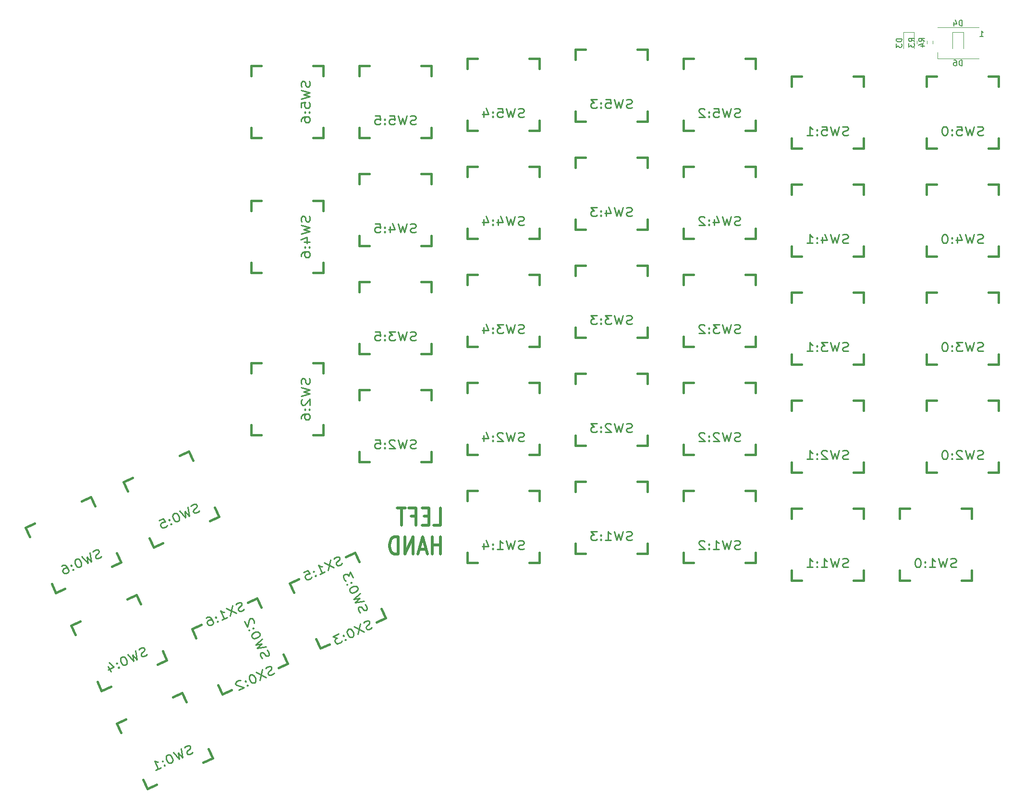
<source format=gbr>
%TF.GenerationSoftware,KiCad,Pcbnew,5.1.9*%
%TF.CreationDate,2021-04-18T19:33:57+02:00*%
%TF.ProjectId,protoMxCog,70726f74-6f4d-4784-936f-672e6b696361,rev?*%
%TF.SameCoordinates,Original*%
%TF.FileFunction,Legend,Bot*%
%TF.FilePolarity,Positive*%
%FSLAX46Y46*%
G04 Gerber Fmt 4.6, Leading zero omitted, Abs format (unit mm)*
G04 Created by KiCad (PCBNEW 5.1.9) date 2021-04-18 19:33:57*
%MOMM*%
%LPD*%
G01*
G04 APERTURE LIST*
%ADD10C,0.508000*%
%ADD11C,0.120000*%
%ADD12C,0.381000*%
%ADD13C,0.150000*%
%ADD14C,0.254000*%
G04 APERTURE END LIST*
D10*
X98210514Y-139803857D02*
X99420038Y-139803857D01*
X99420038Y-136755857D01*
X97363847Y-138207285D02*
X96517180Y-138207285D01*
X96154323Y-139803857D02*
X97363847Y-139803857D01*
X97363847Y-136755857D01*
X96154323Y-136755857D01*
X94219085Y-138207285D02*
X95065752Y-138207285D01*
X95065752Y-139803857D02*
X95065752Y-136755857D01*
X93856228Y-136755857D01*
X93251466Y-136755857D02*
X91800038Y-136755857D01*
X92525752Y-139803857D02*
X92525752Y-136755857D01*
X99420038Y-144883857D02*
X99420038Y-141835857D01*
X99420038Y-143287285D02*
X97968609Y-143287285D01*
X97968609Y-144883857D02*
X97968609Y-141835857D01*
X96880038Y-144013000D02*
X95670514Y-144013000D01*
X97121942Y-144883857D02*
X96275276Y-141835857D01*
X95428609Y-144883857D01*
X94581942Y-144883857D02*
X94581942Y-141835857D01*
X93130514Y-144883857D01*
X93130514Y-141835857D01*
X91920990Y-144883857D02*
X91920990Y-141835857D01*
X91316228Y-141835857D01*
X90953371Y-141981000D01*
X90711466Y-142271285D01*
X90590514Y-142561571D01*
X90469561Y-143142142D01*
X90469561Y-143577571D01*
X90590514Y-144158142D01*
X90711466Y-144448428D01*
X90953371Y-144738714D01*
X91316228Y-144883857D01*
X91920990Y-144883857D01*
D11*
%TO.C,R4*%
X186222500Y-54382776D02*
X186222500Y-54892224D01*
X185177500Y-54382776D02*
X185177500Y-54892224D01*
%TO.C,R3*%
X184472500Y-54395276D02*
X184472500Y-54904724D01*
X183427500Y-54395276D02*
X183427500Y-54904724D01*
%TO.C,D6*%
X191610000Y-52865000D02*
X191610000Y-55725000D01*
X189690000Y-52865000D02*
X191610000Y-52865000D01*
X189690000Y-55725000D02*
X189690000Y-52865000D01*
%TO.C,D4*%
X187000000Y-57500000D02*
X187000000Y-56350000D01*
X194300000Y-57500000D02*
X187000000Y-57500000D01*
X194300000Y-52000000D02*
X187000000Y-52000000D01*
%TO.C,D3*%
X182910000Y-52865000D02*
X182910000Y-55725000D01*
X180990000Y-52865000D02*
X182910000Y-52865000D01*
X180990000Y-55725000D02*
X180990000Y-52865000D01*
D12*
%TO.C,SW0:11*%
X62578467Y-168804545D02*
X60967052Y-169555960D01*
X72477160Y-164188708D02*
X70865745Y-164940124D01*
X71725745Y-162577293D02*
X72477160Y-164188708D01*
X67109908Y-152678600D02*
X67861324Y-154290015D01*
X65498493Y-153430015D02*
X67109908Y-152678600D01*
X55599800Y-158045852D02*
X57211215Y-157294436D01*
X56351215Y-159657267D02*
X55599800Y-158045852D01*
X60967052Y-169555960D02*
X60215636Y-167944545D01*
%TO.C,SW0:10*%
X79842847Y-160752745D02*
X78231432Y-161504160D01*
X89741540Y-156136908D02*
X88130125Y-156888324D01*
X88990125Y-154525493D02*
X89741540Y-156136908D01*
X84374288Y-144626800D02*
X85125704Y-146238215D01*
X82762873Y-145378215D02*
X84374288Y-144626800D01*
X72864180Y-149994052D02*
X74475595Y-149242636D01*
X73615595Y-151605467D02*
X72864180Y-149994052D01*
X78231432Y-161504160D02*
X77480016Y-159892745D01*
%TO.C,SW5:13*%
X185102500Y-62433200D02*
X185102500Y-60655200D01*
X185102500Y-73355200D02*
X185102500Y-71577200D01*
X186880500Y-73355200D02*
X185102500Y-73355200D01*
X197802500Y-73355200D02*
X196024500Y-73355200D01*
X197802500Y-71577200D02*
X197802500Y-73355200D01*
X197802500Y-60655200D02*
X197802500Y-62433200D01*
X196024500Y-60655200D02*
X197802500Y-60655200D01*
X185102500Y-60655200D02*
X186880500Y-60655200D01*
%TO.C,SW5:12*%
X161290000Y-62433200D02*
X161290000Y-60655200D01*
X161290000Y-73355200D02*
X161290000Y-71577200D01*
X163068000Y-73355200D02*
X161290000Y-73355200D01*
X173990000Y-73355200D02*
X172212000Y-73355200D01*
X173990000Y-71577200D02*
X173990000Y-73355200D01*
X173990000Y-60655200D02*
X173990000Y-62433200D01*
X172212000Y-60655200D02*
X173990000Y-60655200D01*
X161290000Y-60655200D02*
X163068000Y-60655200D01*
%TO.C,SW5:11*%
X142240000Y-59255660D02*
X142240000Y-57477660D01*
X142240000Y-70177660D02*
X142240000Y-68399660D01*
X144018000Y-70177660D02*
X142240000Y-70177660D01*
X154940000Y-70177660D02*
X153162000Y-70177660D01*
X154940000Y-68399660D02*
X154940000Y-70177660D01*
X154940000Y-57477660D02*
X154940000Y-59255660D01*
X153162000Y-57477660D02*
X154940000Y-57477660D01*
X142240000Y-57477660D02*
X144018000Y-57477660D01*
%TO.C,SW5:10*%
X123190000Y-57658000D02*
X123190000Y-55880000D01*
X123190000Y-68580000D02*
X123190000Y-66802000D01*
X124968000Y-68580000D02*
X123190000Y-68580000D01*
X135890000Y-68580000D02*
X134112000Y-68580000D01*
X135890000Y-66802000D02*
X135890000Y-68580000D01*
X135890000Y-55880000D02*
X135890000Y-57658000D01*
X134112000Y-55880000D02*
X135890000Y-55880000D01*
X123190000Y-55880000D02*
X124968000Y-55880000D01*
%TO.C,SW5:9*%
X104140000Y-59255660D02*
X104140000Y-57477660D01*
X104140000Y-70177660D02*
X104140000Y-68399660D01*
X105918000Y-70177660D02*
X104140000Y-70177660D01*
X116840000Y-70177660D02*
X115062000Y-70177660D01*
X116840000Y-68399660D02*
X116840000Y-70177660D01*
X116840000Y-57477660D02*
X116840000Y-59255660D01*
X115062000Y-57477660D02*
X116840000Y-57477660D01*
X104140000Y-57477660D02*
X105918000Y-57477660D01*
%TO.C,SW5:8*%
X85090000Y-60528200D02*
X85090000Y-58750200D01*
X85090000Y-71450200D02*
X85090000Y-69672200D01*
X86868000Y-71450200D02*
X85090000Y-71450200D01*
X97790000Y-71450200D02*
X96012000Y-71450200D01*
X97790000Y-69672200D02*
X97790000Y-71450200D01*
X97790000Y-58750200D02*
X97790000Y-60528200D01*
X96012000Y-58750200D02*
X97790000Y-58750200D01*
X85090000Y-58750200D02*
X86868000Y-58750200D01*
%TO.C,SW5:7*%
X67818000Y-71450200D02*
X66040000Y-71450200D01*
X78740000Y-71450200D02*
X76962000Y-71450200D01*
X78740000Y-69672200D02*
X78740000Y-71450200D01*
X78740000Y-58750200D02*
X78740000Y-60528200D01*
X76962000Y-58750200D02*
X78740000Y-58750200D01*
X66040000Y-58750200D02*
X67818000Y-58750200D01*
X66040000Y-60528200D02*
X66040000Y-58750200D01*
X66040000Y-71450200D02*
X66040000Y-69672200D01*
%TO.C,SW4:13*%
X185102500Y-81480660D02*
X185102500Y-79702660D01*
X185102500Y-92402660D02*
X185102500Y-90624660D01*
X186880500Y-92402660D02*
X185102500Y-92402660D01*
X197802500Y-92402660D02*
X196024500Y-92402660D01*
X197802500Y-90624660D02*
X197802500Y-92402660D01*
X197802500Y-79702660D02*
X197802500Y-81480660D01*
X196024500Y-79702660D02*
X197802500Y-79702660D01*
X185102500Y-79702660D02*
X186880500Y-79702660D01*
%TO.C,SW4:12*%
X161290000Y-81480660D02*
X161290000Y-79702660D01*
X161290000Y-92402660D02*
X161290000Y-90624660D01*
X163068000Y-92402660D02*
X161290000Y-92402660D01*
X173990000Y-92402660D02*
X172212000Y-92402660D01*
X173990000Y-90624660D02*
X173990000Y-92402660D01*
X173990000Y-79702660D02*
X173990000Y-81480660D01*
X172212000Y-79702660D02*
X173990000Y-79702660D01*
X161290000Y-79702660D02*
X163068000Y-79702660D01*
%TO.C,SW4:11*%
X142240000Y-78305660D02*
X142240000Y-76527660D01*
X142240000Y-89227660D02*
X142240000Y-87449660D01*
X144018000Y-89227660D02*
X142240000Y-89227660D01*
X154940000Y-89227660D02*
X153162000Y-89227660D01*
X154940000Y-87449660D02*
X154940000Y-89227660D01*
X154940000Y-76527660D02*
X154940000Y-78305660D01*
X153162000Y-76527660D02*
X154940000Y-76527660D01*
X142240000Y-76527660D02*
X144018000Y-76527660D01*
%TO.C,SW4:10*%
X123190000Y-76708000D02*
X123190000Y-74930000D01*
X123190000Y-87630000D02*
X123190000Y-85852000D01*
X124968000Y-87630000D02*
X123190000Y-87630000D01*
X135890000Y-87630000D02*
X134112000Y-87630000D01*
X135890000Y-85852000D02*
X135890000Y-87630000D01*
X135890000Y-74930000D02*
X135890000Y-76708000D01*
X134112000Y-74930000D02*
X135890000Y-74930000D01*
X123190000Y-74930000D02*
X124968000Y-74930000D01*
%TO.C,SW4:9*%
X104140000Y-78305660D02*
X104140000Y-76527660D01*
X104140000Y-89227660D02*
X104140000Y-87449660D01*
X105918000Y-89227660D02*
X104140000Y-89227660D01*
X116840000Y-89227660D02*
X115062000Y-89227660D01*
X116840000Y-87449660D02*
X116840000Y-89227660D01*
X116840000Y-76527660D02*
X116840000Y-78305660D01*
X115062000Y-76527660D02*
X116840000Y-76527660D01*
X104140000Y-76527660D02*
X105918000Y-76527660D01*
%TO.C,SW4:8*%
X85090000Y-79575660D02*
X85090000Y-77797660D01*
X85090000Y-90497660D02*
X85090000Y-88719660D01*
X86868000Y-90497660D02*
X85090000Y-90497660D01*
X97790000Y-90497660D02*
X96012000Y-90497660D01*
X97790000Y-88719660D02*
X97790000Y-90497660D01*
X97790000Y-77797660D02*
X97790000Y-79575660D01*
X96012000Y-77797660D02*
X97790000Y-77797660D01*
X85090000Y-77797660D02*
X86868000Y-77797660D01*
%TO.C,SW4:7*%
X67818000Y-95260160D02*
X66040000Y-95260160D01*
X78740000Y-95260160D02*
X76962000Y-95260160D01*
X78740000Y-93482160D02*
X78740000Y-95260160D01*
X78740000Y-82560160D02*
X78740000Y-84338160D01*
X76962000Y-82560160D02*
X78740000Y-82560160D01*
X66040000Y-82560160D02*
X67818000Y-82560160D01*
X66040000Y-84338160D02*
X66040000Y-82560160D01*
X66040000Y-95260160D02*
X66040000Y-93482160D01*
%TO.C,SW3:13*%
X185102500Y-100530660D02*
X185102500Y-98752660D01*
X185102500Y-111452660D02*
X185102500Y-109674660D01*
X186880500Y-111452660D02*
X185102500Y-111452660D01*
X197802500Y-111452660D02*
X196024500Y-111452660D01*
X197802500Y-109674660D02*
X197802500Y-111452660D01*
X197802500Y-98752660D02*
X197802500Y-100530660D01*
X196024500Y-98752660D02*
X197802500Y-98752660D01*
X185102500Y-98752660D02*
X186880500Y-98752660D01*
%TO.C,SW3:12*%
X161290000Y-100530660D02*
X161290000Y-98752660D01*
X161290000Y-111452660D02*
X161290000Y-109674660D01*
X163068000Y-111452660D02*
X161290000Y-111452660D01*
X173990000Y-111452660D02*
X172212000Y-111452660D01*
X173990000Y-109674660D02*
X173990000Y-111452660D01*
X173990000Y-98752660D02*
X173990000Y-100530660D01*
X172212000Y-98752660D02*
X173990000Y-98752660D01*
X161290000Y-98752660D02*
X163068000Y-98752660D01*
%TO.C,SW3:11*%
X142240000Y-97355660D02*
X142240000Y-95577660D01*
X142240000Y-108277660D02*
X142240000Y-106499660D01*
X144018000Y-108277660D02*
X142240000Y-108277660D01*
X154940000Y-108277660D02*
X153162000Y-108277660D01*
X154940000Y-106499660D02*
X154940000Y-108277660D01*
X154940000Y-95577660D02*
X154940000Y-97355660D01*
X153162000Y-95577660D02*
X154940000Y-95577660D01*
X142240000Y-95577660D02*
X144018000Y-95577660D01*
%TO.C,SW3:10*%
X123190000Y-95758000D02*
X123190000Y-93980000D01*
X123190000Y-106680000D02*
X123190000Y-104902000D01*
X124968000Y-106680000D02*
X123190000Y-106680000D01*
X135890000Y-106680000D02*
X134112000Y-106680000D01*
X135890000Y-104902000D02*
X135890000Y-106680000D01*
X135890000Y-93980000D02*
X135890000Y-95758000D01*
X134112000Y-93980000D02*
X135890000Y-93980000D01*
X123190000Y-93980000D02*
X124968000Y-93980000D01*
%TO.C,SW3:9*%
X104140000Y-97355660D02*
X104140000Y-95577660D01*
X104140000Y-108277660D02*
X104140000Y-106499660D01*
X105918000Y-108277660D02*
X104140000Y-108277660D01*
X116840000Y-108277660D02*
X115062000Y-108277660D01*
X116840000Y-106499660D02*
X116840000Y-108277660D01*
X116840000Y-95577660D02*
X116840000Y-97355660D01*
X115062000Y-95577660D02*
X116840000Y-95577660D01*
X104140000Y-95577660D02*
X105918000Y-95577660D01*
%TO.C,SW3:8*%
X85090000Y-98625660D02*
X85090000Y-96847660D01*
X85090000Y-109547660D02*
X85090000Y-107769660D01*
X86868000Y-109547660D02*
X85090000Y-109547660D01*
X97790000Y-109547660D02*
X96012000Y-109547660D01*
X97790000Y-107769660D02*
X97790000Y-109547660D01*
X97790000Y-96847660D02*
X97790000Y-98625660D01*
X96012000Y-96847660D02*
X97790000Y-96847660D01*
X85090000Y-96847660D02*
X86868000Y-96847660D01*
%TO.C,SW2:13*%
X185102500Y-119580660D02*
X185102500Y-117802660D01*
X185102500Y-130502660D02*
X185102500Y-128724660D01*
X186880500Y-130502660D02*
X185102500Y-130502660D01*
X197802500Y-130502660D02*
X196024500Y-130502660D01*
X197802500Y-128724660D02*
X197802500Y-130502660D01*
X197802500Y-117802660D02*
X197802500Y-119580660D01*
X196024500Y-117802660D02*
X197802500Y-117802660D01*
X185102500Y-117802660D02*
X186880500Y-117802660D01*
%TO.C,SW2:12*%
X161290000Y-119580660D02*
X161290000Y-117802660D01*
X161290000Y-130502660D02*
X161290000Y-128724660D01*
X163068000Y-130502660D02*
X161290000Y-130502660D01*
X173990000Y-130502660D02*
X172212000Y-130502660D01*
X173990000Y-128724660D02*
X173990000Y-130502660D01*
X173990000Y-117802660D02*
X173990000Y-119580660D01*
X172212000Y-117802660D02*
X173990000Y-117802660D01*
X161290000Y-117802660D02*
X163068000Y-117802660D01*
%TO.C,SW2:11*%
X142240000Y-116405660D02*
X142240000Y-114627660D01*
X142240000Y-127327660D02*
X142240000Y-125549660D01*
X144018000Y-127327660D02*
X142240000Y-127327660D01*
X154940000Y-127327660D02*
X153162000Y-127327660D01*
X154940000Y-125549660D02*
X154940000Y-127327660D01*
X154940000Y-114627660D02*
X154940000Y-116405660D01*
X153162000Y-114627660D02*
X154940000Y-114627660D01*
X142240000Y-114627660D02*
X144018000Y-114627660D01*
%TO.C,SW2:10*%
X123190000Y-114808000D02*
X123190000Y-113030000D01*
X123190000Y-125730000D02*
X123190000Y-123952000D01*
X124968000Y-125730000D02*
X123190000Y-125730000D01*
X135890000Y-125730000D02*
X134112000Y-125730000D01*
X135890000Y-123952000D02*
X135890000Y-125730000D01*
X135890000Y-113030000D02*
X135890000Y-114808000D01*
X134112000Y-113030000D02*
X135890000Y-113030000D01*
X123190000Y-113030000D02*
X124968000Y-113030000D01*
%TO.C,SW2:9*%
X104140000Y-116405660D02*
X104140000Y-114627660D01*
X104140000Y-127327660D02*
X104140000Y-125549660D01*
X105918000Y-127327660D02*
X104140000Y-127327660D01*
X116840000Y-127327660D02*
X115062000Y-127327660D01*
X116840000Y-125549660D02*
X116840000Y-127327660D01*
X116840000Y-114627660D02*
X116840000Y-116405660D01*
X115062000Y-114627660D02*
X116840000Y-114627660D01*
X104140000Y-114627660D02*
X105918000Y-114627660D01*
%TO.C,SW2:8*%
X85090000Y-117675660D02*
X85090000Y-115897660D01*
X85090000Y-128597660D02*
X85090000Y-126819660D01*
X86868000Y-128597660D02*
X85090000Y-128597660D01*
X97790000Y-128597660D02*
X96012000Y-128597660D01*
X97790000Y-126819660D02*
X97790000Y-128597660D01*
X97790000Y-115897660D02*
X97790000Y-117675660D01*
X96012000Y-115897660D02*
X97790000Y-115897660D01*
X85090000Y-115897660D02*
X86868000Y-115897660D01*
%TO.C,SW2:7*%
X67818000Y-123835160D02*
X66040000Y-123835160D01*
X78740000Y-123835160D02*
X76962000Y-123835160D01*
X78740000Y-122057160D02*
X78740000Y-123835160D01*
X78740000Y-111135160D02*
X78740000Y-112913160D01*
X76962000Y-111135160D02*
X78740000Y-111135160D01*
X66040000Y-111135160D02*
X67818000Y-111135160D01*
X66040000Y-112913160D02*
X66040000Y-111135160D01*
X66040000Y-123835160D02*
X66040000Y-122057160D01*
%TO.C,SW1:13*%
X180340000Y-138630660D02*
X180340000Y-136852660D01*
X180340000Y-149552660D02*
X180340000Y-147774660D01*
X182118000Y-149552660D02*
X180340000Y-149552660D01*
X193040000Y-149552660D02*
X191262000Y-149552660D01*
X193040000Y-147774660D02*
X193040000Y-149552660D01*
X193040000Y-136852660D02*
X193040000Y-138630660D01*
X191262000Y-136852660D02*
X193040000Y-136852660D01*
X180340000Y-136852660D02*
X182118000Y-136852660D01*
%TO.C,SW1:12*%
X161290000Y-138630660D02*
X161290000Y-136852660D01*
X161290000Y-149552660D02*
X161290000Y-147774660D01*
X163068000Y-149552660D02*
X161290000Y-149552660D01*
X173990000Y-149552660D02*
X172212000Y-149552660D01*
X173990000Y-147774660D02*
X173990000Y-149552660D01*
X173990000Y-136852660D02*
X173990000Y-138630660D01*
X172212000Y-136852660D02*
X173990000Y-136852660D01*
X161290000Y-136852660D02*
X163068000Y-136852660D01*
%TO.C,SW1:11*%
X142240000Y-135455660D02*
X142240000Y-133677660D01*
X142240000Y-146377660D02*
X142240000Y-144599660D01*
X144018000Y-146377660D02*
X142240000Y-146377660D01*
X154940000Y-146377660D02*
X153162000Y-146377660D01*
X154940000Y-144599660D02*
X154940000Y-146377660D01*
X154940000Y-133677660D02*
X154940000Y-135455660D01*
X153162000Y-133677660D02*
X154940000Y-133677660D01*
X142240000Y-133677660D02*
X144018000Y-133677660D01*
%TO.C,SW1:10*%
X123190000Y-133858000D02*
X123190000Y-132080000D01*
X123190000Y-144780000D02*
X123190000Y-143002000D01*
X124968000Y-144780000D02*
X123190000Y-144780000D01*
X135890000Y-144780000D02*
X134112000Y-144780000D01*
X135890000Y-143002000D02*
X135890000Y-144780000D01*
X135890000Y-132080000D02*
X135890000Y-133858000D01*
X134112000Y-132080000D02*
X135890000Y-132080000D01*
X123190000Y-132080000D02*
X124968000Y-132080000D01*
%TO.C,SW1:9*%
X104140000Y-135455660D02*
X104140000Y-133677660D01*
X104140000Y-146377660D02*
X104140000Y-144599660D01*
X105918000Y-146377660D02*
X104140000Y-146377660D01*
X116840000Y-146377660D02*
X115062000Y-146377660D01*
X116840000Y-144599660D02*
X116840000Y-146377660D01*
X116840000Y-133677660D02*
X116840000Y-135455660D01*
X115062000Y-133677660D02*
X116840000Y-133677660D01*
X104140000Y-133677660D02*
X105918000Y-133677660D01*
%TO.C,SW0:12*%
X43112735Y-176339987D02*
X42361320Y-174728572D01*
X47728572Y-186238680D02*
X46977156Y-184627265D01*
X49339987Y-185487265D02*
X47728572Y-186238680D01*
X59238680Y-180871428D02*
X57627265Y-181622844D01*
X58487265Y-179260013D02*
X59238680Y-180871428D01*
X53871428Y-169361320D02*
X54622844Y-170972735D01*
X52260013Y-170112735D02*
X53871428Y-169361320D01*
X42361320Y-174728572D02*
X43972735Y-173977156D01*
%TO.C,SW0:9*%
X35060935Y-159073067D02*
X34309520Y-157461652D01*
X39676772Y-168971760D02*
X38925356Y-167360345D01*
X41288187Y-168220345D02*
X39676772Y-168971760D01*
X51186880Y-163604508D02*
X49575465Y-164355924D01*
X50435465Y-161993093D02*
X51186880Y-163604508D01*
X45819628Y-152094400D02*
X46571044Y-153705815D01*
X44208213Y-152845815D02*
X45819628Y-152094400D01*
X34309520Y-157461652D02*
X35920935Y-156710236D01*
%TO.C,SW0:8*%
X44276055Y-133759427D02*
X43524640Y-132148012D01*
X48891892Y-143658120D02*
X48140476Y-142046705D01*
X50503307Y-142906705D02*
X48891892Y-143658120D01*
X60402000Y-138290868D02*
X58790585Y-139042284D01*
X59650585Y-136679453D02*
X60402000Y-138290868D01*
X55034748Y-126780760D02*
X55786164Y-128392175D01*
X53423333Y-127532175D02*
X55034748Y-126780760D01*
X43524640Y-132148012D02*
X45136055Y-131396596D01*
%TO.C,SW0:7*%
X27011675Y-141808687D02*
X26260260Y-140197272D01*
X31627512Y-151707380D02*
X30876096Y-150095965D01*
X33238927Y-150955965D02*
X31627512Y-151707380D01*
X43137620Y-146340128D02*
X41526205Y-147091544D01*
X42386205Y-144728713D02*
X43137620Y-146340128D01*
X37770368Y-134830020D02*
X38521784Y-136441435D01*
X36158953Y-135581435D02*
X37770368Y-134830020D01*
X26260260Y-140197272D02*
X27871675Y-139445856D01*
%TO.C,R4*%
D13*
X184722380Y-54470833D02*
X184246190Y-54137500D01*
X184722380Y-53899404D02*
X183722380Y-53899404D01*
X183722380Y-54280357D01*
X183770000Y-54375595D01*
X183817619Y-54423214D01*
X183912857Y-54470833D01*
X184055714Y-54470833D01*
X184150952Y-54423214D01*
X184198571Y-54375595D01*
X184246190Y-54280357D01*
X184246190Y-53899404D01*
X184055714Y-55327976D02*
X184722380Y-55327976D01*
X183674761Y-55089880D02*
X184389047Y-54851785D01*
X184389047Y-55470833D01*
%TO.C,R3*%
X182972380Y-54483333D02*
X182496190Y-54150000D01*
X182972380Y-53911904D02*
X181972380Y-53911904D01*
X181972380Y-54292857D01*
X182020000Y-54388095D01*
X182067619Y-54435714D01*
X182162857Y-54483333D01*
X182305714Y-54483333D01*
X182400952Y-54435714D01*
X182448571Y-54388095D01*
X182496190Y-54292857D01*
X182496190Y-53911904D01*
X181972380Y-54816666D02*
X181972380Y-55435714D01*
X182353333Y-55102380D01*
X182353333Y-55245238D01*
X182400952Y-55340476D01*
X182448571Y-55388095D01*
X182543809Y-55435714D01*
X182781904Y-55435714D01*
X182877142Y-55388095D01*
X182924761Y-55340476D01*
X182972380Y-55245238D01*
X182972380Y-54959523D01*
X182924761Y-54864285D01*
X182877142Y-54816666D01*
%TO.C,D6*%
X191388095Y-58752380D02*
X191388095Y-57752380D01*
X191150000Y-57752380D01*
X191007142Y-57800000D01*
X190911904Y-57895238D01*
X190864285Y-57990476D01*
X190816666Y-58180952D01*
X190816666Y-58323809D01*
X190864285Y-58514285D01*
X190911904Y-58609523D01*
X191007142Y-58704761D01*
X191150000Y-58752380D01*
X191388095Y-58752380D01*
X189959523Y-57752380D02*
X190150000Y-57752380D01*
X190245238Y-57800000D01*
X190292857Y-57847619D01*
X190388095Y-57990476D01*
X190435714Y-58180952D01*
X190435714Y-58561904D01*
X190388095Y-58657142D01*
X190340476Y-58704761D01*
X190245238Y-58752380D01*
X190054761Y-58752380D01*
X189959523Y-58704761D01*
X189911904Y-58657142D01*
X189864285Y-58561904D01*
X189864285Y-58323809D01*
X189911904Y-58228571D01*
X189959523Y-58180952D01*
X190054761Y-58133333D01*
X190245238Y-58133333D01*
X190340476Y-58180952D01*
X190388095Y-58228571D01*
X190435714Y-58323809D01*
%TO.C,D4*%
X191388095Y-51702380D02*
X191388095Y-50702380D01*
X191150000Y-50702380D01*
X191007142Y-50750000D01*
X190911904Y-50845238D01*
X190864285Y-50940476D01*
X190816666Y-51130952D01*
X190816666Y-51273809D01*
X190864285Y-51464285D01*
X190911904Y-51559523D01*
X191007142Y-51654761D01*
X191150000Y-51702380D01*
X191388095Y-51702380D01*
X189959523Y-51035714D02*
X189959523Y-51702380D01*
X190197619Y-50654761D02*
X190435714Y-51369047D01*
X189816666Y-51369047D01*
X194514285Y-53602380D02*
X195085714Y-53602380D01*
X194800000Y-53602380D02*
X194800000Y-52602380D01*
X194895238Y-52745238D01*
X194990476Y-52840476D01*
X195085714Y-52888095D01*
%TO.C,D3*%
X180752380Y-53986904D02*
X179752380Y-53986904D01*
X179752380Y-54225000D01*
X179800000Y-54367857D01*
X179895238Y-54463095D01*
X179990476Y-54510714D01*
X180180952Y-54558333D01*
X180323809Y-54558333D01*
X180514285Y-54510714D01*
X180609523Y-54463095D01*
X180704761Y-54367857D01*
X180752380Y-54225000D01*
X180752380Y-53986904D01*
X179752380Y-54891666D02*
X179752380Y-55510714D01*
X180133333Y-55177380D01*
X180133333Y-55320238D01*
X180180952Y-55415476D01*
X180228571Y-55463095D01*
X180323809Y-55510714D01*
X180561904Y-55510714D01*
X180657142Y-55463095D01*
X180704761Y-55415476D01*
X180752380Y-55320238D01*
X180752380Y-55034523D01*
X180704761Y-54939285D01*
X180657142Y-54891666D01*
%TO.C,SX0:11*%
D14*
X70075685Y-165847585D02*
X69876153Y-166020702D01*
X69492483Y-166199611D01*
X69308344Y-166205402D01*
X69200940Y-166175411D01*
X69062866Y-166079649D01*
X69001526Y-165948105D01*
X69016920Y-165780779D01*
X69062984Y-165679225D01*
X69185782Y-165541890D01*
X69462049Y-165332991D01*
X69584847Y-165195656D01*
X69630911Y-165094102D01*
X69646305Y-164926776D01*
X69584965Y-164795232D01*
X69446891Y-164699470D01*
X69339487Y-164669479D01*
X69155349Y-164675271D01*
X68771678Y-164854179D01*
X68572146Y-165027296D01*
X68004338Y-165211996D02*
X67574131Y-167094153D01*
X66930061Y-165712939D02*
X68648408Y-166593209D01*
X66009252Y-166142320D02*
X65855784Y-166213883D01*
X65732986Y-166351218D01*
X65686922Y-166452772D01*
X65671528Y-166620098D01*
X65717474Y-166918968D01*
X65870824Y-167247828D01*
X66070238Y-167475135D01*
X66208312Y-167570897D01*
X66315716Y-167600887D01*
X66499854Y-167595096D01*
X66653322Y-167523533D01*
X66776120Y-167386197D01*
X66822185Y-167284644D01*
X66837579Y-167117318D01*
X66791633Y-166818448D01*
X66638283Y-166489588D01*
X66438868Y-166262281D01*
X66300794Y-166166519D01*
X66193390Y-166136528D01*
X66009252Y-166142320D01*
X65364237Y-167964495D02*
X65318173Y-168066049D01*
X65425577Y-168096040D01*
X65471641Y-167994486D01*
X65364237Y-167964495D01*
X65425577Y-168096040D01*
X65026867Y-167241003D02*
X64980803Y-167342557D01*
X65088207Y-167372547D01*
X65134271Y-167270993D01*
X65026867Y-167241003D01*
X65088207Y-167372547D01*
X64152241Y-167168406D02*
X64044837Y-167138415D01*
X63860698Y-167144207D01*
X63477028Y-167323115D01*
X63354230Y-167460450D01*
X63308166Y-167562004D01*
X63292772Y-167729330D01*
X63354112Y-167860874D01*
X63522856Y-168022409D01*
X64811705Y-168382293D01*
X63814162Y-168847455D01*
%TO.C,SX0:10*%
X87342605Y-157798325D02*
X87143073Y-157971442D01*
X86759403Y-158150351D01*
X86575264Y-158156142D01*
X86467860Y-158126151D01*
X86329786Y-158030389D01*
X86268446Y-157898845D01*
X86283840Y-157731519D01*
X86329904Y-157629965D01*
X86452702Y-157492630D01*
X86728969Y-157283731D01*
X86851767Y-157146396D01*
X86897831Y-157044842D01*
X86913225Y-156877516D01*
X86851885Y-156745972D01*
X86713811Y-156650210D01*
X86606407Y-156620219D01*
X86422269Y-156626011D01*
X86038598Y-156804919D01*
X85839066Y-156978036D01*
X85271258Y-157162736D02*
X84841051Y-159044893D01*
X84196981Y-157663679D02*
X85915328Y-158543949D01*
X83276172Y-158093060D02*
X83122704Y-158164623D01*
X82999906Y-158301958D01*
X82953842Y-158403512D01*
X82938448Y-158570838D01*
X82984394Y-158869708D01*
X83137744Y-159198568D01*
X83337158Y-159425875D01*
X83475232Y-159521637D01*
X83582636Y-159551627D01*
X83766774Y-159545836D01*
X83920242Y-159474273D01*
X84043040Y-159336937D01*
X84089105Y-159235384D01*
X84104499Y-159068058D01*
X84058553Y-158769188D01*
X83905203Y-158440328D01*
X83705788Y-158213021D01*
X83567714Y-158117259D01*
X83460310Y-158087268D01*
X83276172Y-158093060D01*
X82631157Y-159915235D02*
X82585093Y-160016789D01*
X82692497Y-160046780D01*
X82738561Y-159945226D01*
X82631157Y-159915235D01*
X82692497Y-160046780D01*
X82293787Y-159191743D02*
X82247723Y-159293297D01*
X82355127Y-159323287D01*
X82401191Y-159221733D01*
X82293787Y-159191743D01*
X82355127Y-159323287D01*
X81434555Y-158951820D02*
X80437012Y-159416982D01*
X81219510Y-159692686D01*
X80989308Y-159800031D01*
X80866510Y-159937367D01*
X80820446Y-160038921D01*
X80805052Y-160206246D01*
X80958402Y-160535107D01*
X81096476Y-160630869D01*
X81203880Y-160660859D01*
X81388018Y-160655068D01*
X81848423Y-160440378D01*
X81971221Y-160303043D01*
X82017285Y-160201489D01*
%TO.C,SX1:8*%
X82081777Y-146516661D02*
X81882245Y-146689778D01*
X81498575Y-146868687D01*
X81314436Y-146874478D01*
X81207032Y-146844487D01*
X81068958Y-146748725D01*
X81007618Y-146617181D01*
X81023012Y-146449855D01*
X81069076Y-146348301D01*
X81191874Y-146210966D01*
X81468141Y-146002067D01*
X81590939Y-145864732D01*
X81637003Y-145763178D01*
X81652397Y-145595852D01*
X81591057Y-145464308D01*
X81452983Y-145368546D01*
X81345579Y-145338555D01*
X81161441Y-145344347D01*
X80777770Y-145523255D01*
X80578238Y-145696372D01*
X80010430Y-145881072D02*
X79580223Y-147763229D01*
X78936153Y-146382015D02*
X80654500Y-147262285D01*
X78122276Y-148443080D02*
X79043085Y-148013700D01*
X78582680Y-148228390D02*
X77938610Y-146847177D01*
X78184088Y-146972930D01*
X78398896Y-147032911D01*
X78583034Y-147027120D01*
X77370329Y-148633571D02*
X77324265Y-148735125D01*
X77431669Y-148765116D01*
X77477733Y-148663562D01*
X77370329Y-148633571D01*
X77431669Y-148765116D01*
X77032959Y-147910079D02*
X76986895Y-148011633D01*
X77094299Y-148041623D01*
X77140363Y-147940069D01*
X77032959Y-147910079D01*
X77094299Y-148041623D01*
X75252918Y-148099536D02*
X76020259Y-147741719D01*
X76403693Y-148363658D01*
X76296289Y-148333668D01*
X76112151Y-148339459D01*
X75728480Y-148518367D01*
X75605682Y-148655703D01*
X75559618Y-148757257D01*
X75544224Y-148924582D01*
X75697574Y-149253443D01*
X75835648Y-149349205D01*
X75943052Y-149379195D01*
X76127190Y-149373404D01*
X76510861Y-149194496D01*
X76633659Y-149057160D01*
X76679723Y-148955607D01*
%TO.C,SX1:7*%
X64817397Y-154568461D02*
X64617865Y-154741578D01*
X64234195Y-154920487D01*
X64050056Y-154926278D01*
X63942652Y-154896287D01*
X63804578Y-154800525D01*
X63743238Y-154668981D01*
X63758632Y-154501655D01*
X63804696Y-154400101D01*
X63927494Y-154262766D01*
X64203761Y-154053867D01*
X64326559Y-153916532D01*
X64372623Y-153814978D01*
X64388017Y-153647652D01*
X64326677Y-153516108D01*
X64188603Y-153420346D01*
X64081199Y-153390355D01*
X63897061Y-153396147D01*
X63513390Y-153575055D01*
X63313858Y-153748172D01*
X62746050Y-153932872D02*
X62315843Y-155815029D01*
X61671773Y-154433815D02*
X63390120Y-155314085D01*
X60857896Y-156494880D02*
X61778705Y-156065500D01*
X61318300Y-156280190D02*
X60674230Y-154898977D01*
X60919708Y-155024730D01*
X61134516Y-155084711D01*
X61318654Y-155078920D01*
X60105949Y-156685371D02*
X60059885Y-156786925D01*
X60167289Y-156816916D01*
X60213353Y-156715362D01*
X60105949Y-156685371D01*
X60167289Y-156816916D01*
X59768579Y-155961879D02*
X59722515Y-156063433D01*
X59829919Y-156093423D01*
X59875983Y-155991869D01*
X59768579Y-155961879D01*
X59829919Y-156093423D01*
X58065272Y-156115554D02*
X58372208Y-155972428D01*
X58556346Y-155966636D01*
X58663750Y-155996627D01*
X58909229Y-156122380D01*
X59108643Y-156349686D01*
X59354003Y-156875862D01*
X59338609Y-157043188D01*
X59292545Y-157144742D01*
X59169747Y-157282077D01*
X58862810Y-157425204D01*
X58678672Y-157430995D01*
X58571268Y-157401005D01*
X58433194Y-157305243D01*
X58279844Y-156976382D01*
X58295238Y-156809057D01*
X58341302Y-156707503D01*
X58464100Y-156570167D01*
X58771037Y-156427041D01*
X58955175Y-156421249D01*
X59062579Y-156451240D01*
X59200653Y-156547002D01*
%TO.C,SW0:11*%
X68010657Y-163282053D02*
X67837540Y-163082521D01*
X67658632Y-162698851D01*
X67652840Y-162514713D01*
X67682831Y-162407308D01*
X67778593Y-162269234D01*
X67910137Y-162207894D01*
X68077463Y-162223288D01*
X68179017Y-162269352D01*
X68316352Y-162392151D01*
X68525251Y-162668417D01*
X68662586Y-162791215D01*
X68764140Y-162837279D01*
X68931466Y-162852673D01*
X69063010Y-162791333D01*
X69158773Y-162653259D01*
X69188763Y-162545855D01*
X69182972Y-162361717D01*
X69004063Y-161978046D01*
X68830946Y-161778514D01*
X68646246Y-161210706D02*
X67086125Y-161471106D01*
X67929579Y-160704119D01*
X66799871Y-160857233D01*
X68002176Y-159829493D01*
X67572796Y-158908684D02*
X67501233Y-158755216D01*
X67363897Y-158632418D01*
X67262344Y-158586354D01*
X67095018Y-158570960D01*
X66796148Y-158616906D01*
X66467288Y-158770256D01*
X66239981Y-158969670D01*
X66144219Y-159107744D01*
X66114228Y-159215148D01*
X66120020Y-159399286D01*
X66191583Y-159552754D01*
X66328918Y-159675552D01*
X66430472Y-159721616D01*
X66597798Y-159737010D01*
X66896668Y-159691064D01*
X67225528Y-159537714D01*
X67452835Y-159338300D01*
X67548597Y-159200226D01*
X67578587Y-159092822D01*
X67572796Y-158908684D01*
X65750620Y-158263669D02*
X65649066Y-158217605D01*
X65619076Y-158325009D01*
X65720630Y-158371073D01*
X65750620Y-158263669D01*
X65619076Y-158325009D01*
X66474113Y-157926299D02*
X66372559Y-157880235D01*
X66342569Y-157987639D01*
X66444122Y-158033703D01*
X66474113Y-157926299D01*
X66342569Y-157987639D01*
X66546710Y-157051673D02*
X66576700Y-156944268D01*
X66570909Y-156760130D01*
X66392001Y-156376460D01*
X66254665Y-156253662D01*
X66153111Y-156207598D01*
X65985786Y-156192204D01*
X65854242Y-156253544D01*
X65692707Y-156422288D01*
X65332823Y-157711137D01*
X64867661Y-156713594D01*
%TO.C,SW0:10*%
X85275037Y-155230253D02*
X85101920Y-155030721D01*
X84923012Y-154647051D01*
X84917220Y-154462913D01*
X84947211Y-154355508D01*
X85042973Y-154217434D01*
X85174517Y-154156094D01*
X85341843Y-154171488D01*
X85443397Y-154217552D01*
X85580732Y-154340351D01*
X85789631Y-154616617D01*
X85926966Y-154739415D01*
X86028520Y-154785479D01*
X86195846Y-154800873D01*
X86327390Y-154739533D01*
X86423153Y-154601459D01*
X86453143Y-154494055D01*
X86447352Y-154309917D01*
X86268443Y-153926246D01*
X86095326Y-153726714D01*
X85910626Y-153158906D02*
X84350505Y-153419306D01*
X85193959Y-152652319D01*
X84064251Y-152805433D01*
X85266556Y-151777693D01*
X84837176Y-150856884D02*
X84765613Y-150703416D01*
X84628277Y-150580618D01*
X84526724Y-150534554D01*
X84359398Y-150519160D01*
X84060528Y-150565106D01*
X83731668Y-150718456D01*
X83504361Y-150917870D01*
X83408599Y-151055944D01*
X83378608Y-151163348D01*
X83384400Y-151347486D01*
X83455963Y-151500954D01*
X83593298Y-151623752D01*
X83694852Y-151669816D01*
X83862178Y-151685210D01*
X84161048Y-151639264D01*
X84489908Y-151485914D01*
X84717215Y-151286500D01*
X84812977Y-151148426D01*
X84842967Y-151041022D01*
X84837176Y-150856884D01*
X83015000Y-150211869D02*
X82913446Y-150165805D01*
X82883456Y-150273209D01*
X82985010Y-150319273D01*
X83015000Y-150211869D01*
X82883456Y-150273209D01*
X83738493Y-149874499D02*
X83636939Y-149828435D01*
X83606949Y-149935839D01*
X83708502Y-149981903D01*
X83738493Y-149874499D01*
X83606949Y-149935839D01*
X83978416Y-149015267D02*
X83513254Y-148017724D01*
X83237549Y-148800222D01*
X83130204Y-148570020D01*
X82992869Y-148447222D01*
X82891315Y-148401158D01*
X82723989Y-148385764D01*
X82395129Y-148539114D01*
X82299367Y-148677188D01*
X82269376Y-148784592D01*
X82275168Y-148968730D01*
X82489858Y-149429135D01*
X82627193Y-149551933D01*
X82728747Y-149597997D01*
%TO.C,SW5:13*%
X195093166Y-70924057D02*
X194839166Y-70996628D01*
X194415833Y-70996628D01*
X194246500Y-70924057D01*
X194161833Y-70851485D01*
X194077166Y-70706342D01*
X194077166Y-70561200D01*
X194161833Y-70416057D01*
X194246500Y-70343485D01*
X194415833Y-70270914D01*
X194754500Y-70198342D01*
X194923833Y-70125771D01*
X195008500Y-70053200D01*
X195093166Y-69908057D01*
X195093166Y-69762914D01*
X195008500Y-69617771D01*
X194923833Y-69545200D01*
X194754500Y-69472628D01*
X194331166Y-69472628D01*
X194077166Y-69545200D01*
X193484500Y-69472628D02*
X193061166Y-70996628D01*
X192722500Y-69908057D01*
X192383833Y-70996628D01*
X191960500Y-69472628D01*
X190436500Y-69472628D02*
X191283166Y-69472628D01*
X191367833Y-70198342D01*
X191283166Y-70125771D01*
X191113833Y-70053200D01*
X190690500Y-70053200D01*
X190521166Y-70125771D01*
X190436500Y-70198342D01*
X190351833Y-70343485D01*
X190351833Y-70706342D01*
X190436500Y-70851485D01*
X190521166Y-70924057D01*
X190690500Y-70996628D01*
X191113833Y-70996628D01*
X191283166Y-70924057D01*
X191367833Y-70851485D01*
X189589833Y-70851485D02*
X189505166Y-70924057D01*
X189589833Y-70996628D01*
X189674500Y-70924057D01*
X189589833Y-70851485D01*
X189589833Y-70996628D01*
X189589833Y-70053200D02*
X189505166Y-70125771D01*
X189589833Y-70198342D01*
X189674500Y-70125771D01*
X189589833Y-70053200D01*
X189589833Y-70198342D01*
X188404500Y-69472628D02*
X188235166Y-69472628D01*
X188065833Y-69545200D01*
X187981166Y-69617771D01*
X187896500Y-69762914D01*
X187811833Y-70053200D01*
X187811833Y-70416057D01*
X187896500Y-70706342D01*
X187981166Y-70851485D01*
X188065833Y-70924057D01*
X188235166Y-70996628D01*
X188404500Y-70996628D01*
X188573833Y-70924057D01*
X188658500Y-70851485D01*
X188743166Y-70706342D01*
X188827833Y-70416057D01*
X188827833Y-70053200D01*
X188743166Y-69762914D01*
X188658500Y-69617771D01*
X188573833Y-69545200D01*
X188404500Y-69472628D01*
%TO.C,SW5:12*%
X171280666Y-70924057D02*
X171026666Y-70996628D01*
X170603333Y-70996628D01*
X170434000Y-70924057D01*
X170349333Y-70851485D01*
X170264666Y-70706342D01*
X170264666Y-70561200D01*
X170349333Y-70416057D01*
X170434000Y-70343485D01*
X170603333Y-70270914D01*
X170942000Y-70198342D01*
X171111333Y-70125771D01*
X171196000Y-70053200D01*
X171280666Y-69908057D01*
X171280666Y-69762914D01*
X171196000Y-69617771D01*
X171111333Y-69545200D01*
X170942000Y-69472628D01*
X170518666Y-69472628D01*
X170264666Y-69545200D01*
X169672000Y-69472628D02*
X169248666Y-70996628D01*
X168910000Y-69908057D01*
X168571333Y-70996628D01*
X168148000Y-69472628D01*
X166624000Y-69472628D02*
X167470666Y-69472628D01*
X167555333Y-70198342D01*
X167470666Y-70125771D01*
X167301333Y-70053200D01*
X166878000Y-70053200D01*
X166708666Y-70125771D01*
X166624000Y-70198342D01*
X166539333Y-70343485D01*
X166539333Y-70706342D01*
X166624000Y-70851485D01*
X166708666Y-70924057D01*
X166878000Y-70996628D01*
X167301333Y-70996628D01*
X167470666Y-70924057D01*
X167555333Y-70851485D01*
X165777333Y-70851485D02*
X165692666Y-70924057D01*
X165777333Y-70996628D01*
X165862000Y-70924057D01*
X165777333Y-70851485D01*
X165777333Y-70996628D01*
X165777333Y-70053200D02*
X165692666Y-70125771D01*
X165777333Y-70198342D01*
X165862000Y-70125771D01*
X165777333Y-70053200D01*
X165777333Y-70198342D01*
X163999333Y-70996628D02*
X165015333Y-70996628D01*
X164507333Y-70996628D02*
X164507333Y-69472628D01*
X164676666Y-69690342D01*
X164846000Y-69835485D01*
X165015333Y-69908057D01*
%TO.C,SW5:11*%
X152230666Y-67746517D02*
X151976666Y-67819088D01*
X151553333Y-67819088D01*
X151384000Y-67746517D01*
X151299333Y-67673945D01*
X151214666Y-67528802D01*
X151214666Y-67383660D01*
X151299333Y-67238517D01*
X151384000Y-67165945D01*
X151553333Y-67093374D01*
X151892000Y-67020802D01*
X152061333Y-66948231D01*
X152146000Y-66875660D01*
X152230666Y-66730517D01*
X152230666Y-66585374D01*
X152146000Y-66440231D01*
X152061333Y-66367660D01*
X151892000Y-66295088D01*
X151468666Y-66295088D01*
X151214666Y-66367660D01*
X150622000Y-66295088D02*
X150198666Y-67819088D01*
X149860000Y-66730517D01*
X149521333Y-67819088D01*
X149098000Y-66295088D01*
X147574000Y-66295088D02*
X148420666Y-66295088D01*
X148505333Y-67020802D01*
X148420666Y-66948231D01*
X148251333Y-66875660D01*
X147828000Y-66875660D01*
X147658666Y-66948231D01*
X147574000Y-67020802D01*
X147489333Y-67165945D01*
X147489333Y-67528802D01*
X147574000Y-67673945D01*
X147658666Y-67746517D01*
X147828000Y-67819088D01*
X148251333Y-67819088D01*
X148420666Y-67746517D01*
X148505333Y-67673945D01*
X146727333Y-67673945D02*
X146642666Y-67746517D01*
X146727333Y-67819088D01*
X146812000Y-67746517D01*
X146727333Y-67673945D01*
X146727333Y-67819088D01*
X146727333Y-66875660D02*
X146642666Y-66948231D01*
X146727333Y-67020802D01*
X146812000Y-66948231D01*
X146727333Y-66875660D01*
X146727333Y-67020802D01*
X145965333Y-66440231D02*
X145880666Y-66367660D01*
X145711333Y-66295088D01*
X145288000Y-66295088D01*
X145118666Y-66367660D01*
X145034000Y-66440231D01*
X144949333Y-66585374D01*
X144949333Y-66730517D01*
X145034000Y-66948231D01*
X146050000Y-67819088D01*
X144949333Y-67819088D01*
%TO.C,SW5:10*%
X133180666Y-66148857D02*
X132926666Y-66221428D01*
X132503333Y-66221428D01*
X132334000Y-66148857D01*
X132249333Y-66076285D01*
X132164666Y-65931142D01*
X132164666Y-65786000D01*
X132249333Y-65640857D01*
X132334000Y-65568285D01*
X132503333Y-65495714D01*
X132842000Y-65423142D01*
X133011333Y-65350571D01*
X133096000Y-65278000D01*
X133180666Y-65132857D01*
X133180666Y-64987714D01*
X133096000Y-64842571D01*
X133011333Y-64770000D01*
X132842000Y-64697428D01*
X132418666Y-64697428D01*
X132164666Y-64770000D01*
X131572000Y-64697428D02*
X131148666Y-66221428D01*
X130810000Y-65132857D01*
X130471333Y-66221428D01*
X130048000Y-64697428D01*
X128524000Y-64697428D02*
X129370666Y-64697428D01*
X129455333Y-65423142D01*
X129370666Y-65350571D01*
X129201333Y-65278000D01*
X128778000Y-65278000D01*
X128608666Y-65350571D01*
X128524000Y-65423142D01*
X128439333Y-65568285D01*
X128439333Y-65931142D01*
X128524000Y-66076285D01*
X128608666Y-66148857D01*
X128778000Y-66221428D01*
X129201333Y-66221428D01*
X129370666Y-66148857D01*
X129455333Y-66076285D01*
X127677333Y-66076285D02*
X127592666Y-66148857D01*
X127677333Y-66221428D01*
X127762000Y-66148857D01*
X127677333Y-66076285D01*
X127677333Y-66221428D01*
X127677333Y-65278000D02*
X127592666Y-65350571D01*
X127677333Y-65423142D01*
X127762000Y-65350571D01*
X127677333Y-65278000D01*
X127677333Y-65423142D01*
X127000000Y-64697428D02*
X125899333Y-64697428D01*
X126492000Y-65278000D01*
X126238000Y-65278000D01*
X126068666Y-65350571D01*
X125984000Y-65423142D01*
X125899333Y-65568285D01*
X125899333Y-65931142D01*
X125984000Y-66076285D01*
X126068666Y-66148857D01*
X126238000Y-66221428D01*
X126746000Y-66221428D01*
X126915333Y-66148857D01*
X127000000Y-66076285D01*
%TO.C,SW5:9*%
X114130666Y-67746517D02*
X113876666Y-67819088D01*
X113453333Y-67819088D01*
X113284000Y-67746517D01*
X113199333Y-67673945D01*
X113114666Y-67528802D01*
X113114666Y-67383660D01*
X113199333Y-67238517D01*
X113284000Y-67165945D01*
X113453333Y-67093374D01*
X113792000Y-67020802D01*
X113961333Y-66948231D01*
X114046000Y-66875660D01*
X114130666Y-66730517D01*
X114130666Y-66585374D01*
X114046000Y-66440231D01*
X113961333Y-66367660D01*
X113792000Y-66295088D01*
X113368666Y-66295088D01*
X113114666Y-66367660D01*
X112522000Y-66295088D02*
X112098666Y-67819088D01*
X111760000Y-66730517D01*
X111421333Y-67819088D01*
X110998000Y-66295088D01*
X109474000Y-66295088D02*
X110320666Y-66295088D01*
X110405333Y-67020802D01*
X110320666Y-66948231D01*
X110151333Y-66875660D01*
X109728000Y-66875660D01*
X109558666Y-66948231D01*
X109474000Y-67020802D01*
X109389333Y-67165945D01*
X109389333Y-67528802D01*
X109474000Y-67673945D01*
X109558666Y-67746517D01*
X109728000Y-67819088D01*
X110151333Y-67819088D01*
X110320666Y-67746517D01*
X110405333Y-67673945D01*
X108627333Y-67673945D02*
X108542666Y-67746517D01*
X108627333Y-67819088D01*
X108712000Y-67746517D01*
X108627333Y-67673945D01*
X108627333Y-67819088D01*
X108627333Y-66875660D02*
X108542666Y-66948231D01*
X108627333Y-67020802D01*
X108712000Y-66948231D01*
X108627333Y-66875660D01*
X108627333Y-67020802D01*
X107018666Y-66803088D02*
X107018666Y-67819088D01*
X107442000Y-66222517D02*
X107865333Y-67311088D01*
X106764666Y-67311088D01*
%TO.C,SW5:8*%
X95080666Y-69019057D02*
X94826666Y-69091628D01*
X94403333Y-69091628D01*
X94234000Y-69019057D01*
X94149333Y-68946485D01*
X94064666Y-68801342D01*
X94064666Y-68656200D01*
X94149333Y-68511057D01*
X94234000Y-68438485D01*
X94403333Y-68365914D01*
X94742000Y-68293342D01*
X94911333Y-68220771D01*
X94996000Y-68148200D01*
X95080666Y-68003057D01*
X95080666Y-67857914D01*
X94996000Y-67712771D01*
X94911333Y-67640200D01*
X94742000Y-67567628D01*
X94318666Y-67567628D01*
X94064666Y-67640200D01*
X93472000Y-67567628D02*
X93048666Y-69091628D01*
X92710000Y-68003057D01*
X92371333Y-69091628D01*
X91948000Y-67567628D01*
X90424000Y-67567628D02*
X91270666Y-67567628D01*
X91355333Y-68293342D01*
X91270666Y-68220771D01*
X91101333Y-68148200D01*
X90678000Y-68148200D01*
X90508666Y-68220771D01*
X90424000Y-68293342D01*
X90339333Y-68438485D01*
X90339333Y-68801342D01*
X90424000Y-68946485D01*
X90508666Y-69019057D01*
X90678000Y-69091628D01*
X91101333Y-69091628D01*
X91270666Y-69019057D01*
X91355333Y-68946485D01*
X89577333Y-68946485D02*
X89492666Y-69019057D01*
X89577333Y-69091628D01*
X89662000Y-69019057D01*
X89577333Y-68946485D01*
X89577333Y-69091628D01*
X89577333Y-68148200D02*
X89492666Y-68220771D01*
X89577333Y-68293342D01*
X89662000Y-68220771D01*
X89577333Y-68148200D01*
X89577333Y-68293342D01*
X87884000Y-67567628D02*
X88730666Y-67567628D01*
X88815333Y-68293342D01*
X88730666Y-68220771D01*
X88561333Y-68148200D01*
X88138000Y-68148200D01*
X87968666Y-68220771D01*
X87884000Y-68293342D01*
X87799333Y-68438485D01*
X87799333Y-68801342D01*
X87884000Y-68946485D01*
X87968666Y-69019057D01*
X88138000Y-69091628D01*
X88561333Y-69091628D01*
X88730666Y-69019057D01*
X88815333Y-68946485D01*
%TO.C,SW5:7*%
X76308857Y-61459533D02*
X76381428Y-61713533D01*
X76381428Y-62136866D01*
X76308857Y-62306200D01*
X76236285Y-62390866D01*
X76091142Y-62475533D01*
X75946000Y-62475533D01*
X75800857Y-62390866D01*
X75728285Y-62306200D01*
X75655714Y-62136866D01*
X75583142Y-61798200D01*
X75510571Y-61628866D01*
X75438000Y-61544200D01*
X75292857Y-61459533D01*
X75147714Y-61459533D01*
X75002571Y-61544200D01*
X74930000Y-61628866D01*
X74857428Y-61798200D01*
X74857428Y-62221533D01*
X74930000Y-62475533D01*
X74857428Y-63068200D02*
X76381428Y-63491533D01*
X75292857Y-63830200D01*
X76381428Y-64168866D01*
X74857428Y-64592200D01*
X74857428Y-66116200D02*
X74857428Y-65269533D01*
X75583142Y-65184866D01*
X75510571Y-65269533D01*
X75438000Y-65438866D01*
X75438000Y-65862200D01*
X75510571Y-66031533D01*
X75583142Y-66116200D01*
X75728285Y-66200866D01*
X76091142Y-66200866D01*
X76236285Y-66116200D01*
X76308857Y-66031533D01*
X76381428Y-65862200D01*
X76381428Y-65438866D01*
X76308857Y-65269533D01*
X76236285Y-65184866D01*
X76236285Y-66962866D02*
X76308857Y-67047533D01*
X76381428Y-66962866D01*
X76308857Y-66878200D01*
X76236285Y-66962866D01*
X76381428Y-66962866D01*
X75438000Y-66962866D02*
X75510571Y-67047533D01*
X75583142Y-66962866D01*
X75510571Y-66878200D01*
X75438000Y-66962866D01*
X75583142Y-66962866D01*
X74857428Y-68571533D02*
X74857428Y-68232866D01*
X74930000Y-68063533D01*
X75002571Y-67978866D01*
X75220285Y-67809533D01*
X75510571Y-67724866D01*
X76091142Y-67724866D01*
X76236285Y-67809533D01*
X76308857Y-67894200D01*
X76381428Y-68063533D01*
X76381428Y-68402200D01*
X76308857Y-68571533D01*
X76236285Y-68656200D01*
X76091142Y-68740866D01*
X75728285Y-68740866D01*
X75583142Y-68656200D01*
X75510571Y-68571533D01*
X75438000Y-68402200D01*
X75438000Y-68063533D01*
X75510571Y-67894200D01*
X75583142Y-67809533D01*
X75728285Y-67724866D01*
%TO.C,SW4:13*%
X195093166Y-89971517D02*
X194839166Y-90044088D01*
X194415833Y-90044088D01*
X194246500Y-89971517D01*
X194161833Y-89898945D01*
X194077166Y-89753802D01*
X194077166Y-89608660D01*
X194161833Y-89463517D01*
X194246500Y-89390945D01*
X194415833Y-89318374D01*
X194754500Y-89245802D01*
X194923833Y-89173231D01*
X195008500Y-89100660D01*
X195093166Y-88955517D01*
X195093166Y-88810374D01*
X195008500Y-88665231D01*
X194923833Y-88592660D01*
X194754500Y-88520088D01*
X194331166Y-88520088D01*
X194077166Y-88592660D01*
X193484500Y-88520088D02*
X193061166Y-90044088D01*
X192722500Y-88955517D01*
X192383833Y-90044088D01*
X191960500Y-88520088D01*
X190521166Y-89028088D02*
X190521166Y-90044088D01*
X190944500Y-88447517D02*
X191367833Y-89536088D01*
X190267166Y-89536088D01*
X189589833Y-89898945D02*
X189505166Y-89971517D01*
X189589833Y-90044088D01*
X189674500Y-89971517D01*
X189589833Y-89898945D01*
X189589833Y-90044088D01*
X189589833Y-89100660D02*
X189505166Y-89173231D01*
X189589833Y-89245802D01*
X189674500Y-89173231D01*
X189589833Y-89100660D01*
X189589833Y-89245802D01*
X188404500Y-88520088D02*
X188235166Y-88520088D01*
X188065833Y-88592660D01*
X187981166Y-88665231D01*
X187896500Y-88810374D01*
X187811833Y-89100660D01*
X187811833Y-89463517D01*
X187896500Y-89753802D01*
X187981166Y-89898945D01*
X188065833Y-89971517D01*
X188235166Y-90044088D01*
X188404500Y-90044088D01*
X188573833Y-89971517D01*
X188658500Y-89898945D01*
X188743166Y-89753802D01*
X188827833Y-89463517D01*
X188827833Y-89100660D01*
X188743166Y-88810374D01*
X188658500Y-88665231D01*
X188573833Y-88592660D01*
X188404500Y-88520088D01*
%TO.C,SW4:12*%
X171280666Y-89971517D02*
X171026666Y-90044088D01*
X170603333Y-90044088D01*
X170434000Y-89971517D01*
X170349333Y-89898945D01*
X170264666Y-89753802D01*
X170264666Y-89608660D01*
X170349333Y-89463517D01*
X170434000Y-89390945D01*
X170603333Y-89318374D01*
X170942000Y-89245802D01*
X171111333Y-89173231D01*
X171196000Y-89100660D01*
X171280666Y-88955517D01*
X171280666Y-88810374D01*
X171196000Y-88665231D01*
X171111333Y-88592660D01*
X170942000Y-88520088D01*
X170518666Y-88520088D01*
X170264666Y-88592660D01*
X169672000Y-88520088D02*
X169248666Y-90044088D01*
X168910000Y-88955517D01*
X168571333Y-90044088D01*
X168148000Y-88520088D01*
X166708666Y-89028088D02*
X166708666Y-90044088D01*
X167132000Y-88447517D02*
X167555333Y-89536088D01*
X166454666Y-89536088D01*
X165777333Y-89898945D02*
X165692666Y-89971517D01*
X165777333Y-90044088D01*
X165862000Y-89971517D01*
X165777333Y-89898945D01*
X165777333Y-90044088D01*
X165777333Y-89100660D02*
X165692666Y-89173231D01*
X165777333Y-89245802D01*
X165862000Y-89173231D01*
X165777333Y-89100660D01*
X165777333Y-89245802D01*
X163999333Y-90044088D02*
X165015333Y-90044088D01*
X164507333Y-90044088D02*
X164507333Y-88520088D01*
X164676666Y-88737802D01*
X164846000Y-88882945D01*
X165015333Y-88955517D01*
%TO.C,SW4:11*%
X152230666Y-86796517D02*
X151976666Y-86869088D01*
X151553333Y-86869088D01*
X151384000Y-86796517D01*
X151299333Y-86723945D01*
X151214666Y-86578802D01*
X151214666Y-86433660D01*
X151299333Y-86288517D01*
X151384000Y-86215945D01*
X151553333Y-86143374D01*
X151892000Y-86070802D01*
X152061333Y-85998231D01*
X152146000Y-85925660D01*
X152230666Y-85780517D01*
X152230666Y-85635374D01*
X152146000Y-85490231D01*
X152061333Y-85417660D01*
X151892000Y-85345088D01*
X151468666Y-85345088D01*
X151214666Y-85417660D01*
X150622000Y-85345088D02*
X150198666Y-86869088D01*
X149860000Y-85780517D01*
X149521333Y-86869088D01*
X149098000Y-85345088D01*
X147658666Y-85853088D02*
X147658666Y-86869088D01*
X148082000Y-85272517D02*
X148505333Y-86361088D01*
X147404666Y-86361088D01*
X146727333Y-86723945D02*
X146642666Y-86796517D01*
X146727333Y-86869088D01*
X146812000Y-86796517D01*
X146727333Y-86723945D01*
X146727333Y-86869088D01*
X146727333Y-85925660D02*
X146642666Y-85998231D01*
X146727333Y-86070802D01*
X146812000Y-85998231D01*
X146727333Y-85925660D01*
X146727333Y-86070802D01*
X145965333Y-85490231D02*
X145880666Y-85417660D01*
X145711333Y-85345088D01*
X145288000Y-85345088D01*
X145118666Y-85417660D01*
X145034000Y-85490231D01*
X144949333Y-85635374D01*
X144949333Y-85780517D01*
X145034000Y-85998231D01*
X146050000Y-86869088D01*
X144949333Y-86869088D01*
%TO.C,SW4:10*%
X133180666Y-85198857D02*
X132926666Y-85271428D01*
X132503333Y-85271428D01*
X132334000Y-85198857D01*
X132249333Y-85126285D01*
X132164666Y-84981142D01*
X132164666Y-84836000D01*
X132249333Y-84690857D01*
X132334000Y-84618285D01*
X132503333Y-84545714D01*
X132842000Y-84473142D01*
X133011333Y-84400571D01*
X133096000Y-84328000D01*
X133180666Y-84182857D01*
X133180666Y-84037714D01*
X133096000Y-83892571D01*
X133011333Y-83820000D01*
X132842000Y-83747428D01*
X132418666Y-83747428D01*
X132164666Y-83820000D01*
X131572000Y-83747428D02*
X131148666Y-85271428D01*
X130810000Y-84182857D01*
X130471333Y-85271428D01*
X130048000Y-83747428D01*
X128608666Y-84255428D02*
X128608666Y-85271428D01*
X129032000Y-83674857D02*
X129455333Y-84763428D01*
X128354666Y-84763428D01*
X127677333Y-85126285D02*
X127592666Y-85198857D01*
X127677333Y-85271428D01*
X127762000Y-85198857D01*
X127677333Y-85126285D01*
X127677333Y-85271428D01*
X127677333Y-84328000D02*
X127592666Y-84400571D01*
X127677333Y-84473142D01*
X127762000Y-84400571D01*
X127677333Y-84328000D01*
X127677333Y-84473142D01*
X127000000Y-83747428D02*
X125899333Y-83747428D01*
X126492000Y-84328000D01*
X126238000Y-84328000D01*
X126068666Y-84400571D01*
X125984000Y-84473142D01*
X125899333Y-84618285D01*
X125899333Y-84981142D01*
X125984000Y-85126285D01*
X126068666Y-85198857D01*
X126238000Y-85271428D01*
X126746000Y-85271428D01*
X126915333Y-85198857D01*
X127000000Y-85126285D01*
%TO.C,SW4:9*%
X114130666Y-86796517D02*
X113876666Y-86869088D01*
X113453333Y-86869088D01*
X113284000Y-86796517D01*
X113199333Y-86723945D01*
X113114666Y-86578802D01*
X113114666Y-86433660D01*
X113199333Y-86288517D01*
X113284000Y-86215945D01*
X113453333Y-86143374D01*
X113792000Y-86070802D01*
X113961333Y-85998231D01*
X114046000Y-85925660D01*
X114130666Y-85780517D01*
X114130666Y-85635374D01*
X114046000Y-85490231D01*
X113961333Y-85417660D01*
X113792000Y-85345088D01*
X113368666Y-85345088D01*
X113114666Y-85417660D01*
X112522000Y-85345088D02*
X112098666Y-86869088D01*
X111760000Y-85780517D01*
X111421333Y-86869088D01*
X110998000Y-85345088D01*
X109558666Y-85853088D02*
X109558666Y-86869088D01*
X109982000Y-85272517D02*
X110405333Y-86361088D01*
X109304666Y-86361088D01*
X108627333Y-86723945D02*
X108542666Y-86796517D01*
X108627333Y-86869088D01*
X108712000Y-86796517D01*
X108627333Y-86723945D01*
X108627333Y-86869088D01*
X108627333Y-85925660D02*
X108542666Y-85998231D01*
X108627333Y-86070802D01*
X108712000Y-85998231D01*
X108627333Y-85925660D01*
X108627333Y-86070802D01*
X107018666Y-85853088D02*
X107018666Y-86869088D01*
X107442000Y-85272517D02*
X107865333Y-86361088D01*
X106764666Y-86361088D01*
%TO.C,SW4:8*%
X95080666Y-88066517D02*
X94826666Y-88139088D01*
X94403333Y-88139088D01*
X94234000Y-88066517D01*
X94149333Y-87993945D01*
X94064666Y-87848802D01*
X94064666Y-87703660D01*
X94149333Y-87558517D01*
X94234000Y-87485945D01*
X94403333Y-87413374D01*
X94742000Y-87340802D01*
X94911333Y-87268231D01*
X94996000Y-87195660D01*
X95080666Y-87050517D01*
X95080666Y-86905374D01*
X94996000Y-86760231D01*
X94911333Y-86687660D01*
X94742000Y-86615088D01*
X94318666Y-86615088D01*
X94064666Y-86687660D01*
X93472000Y-86615088D02*
X93048666Y-88139088D01*
X92710000Y-87050517D01*
X92371333Y-88139088D01*
X91948000Y-86615088D01*
X90508666Y-87123088D02*
X90508666Y-88139088D01*
X90932000Y-86542517D02*
X91355333Y-87631088D01*
X90254666Y-87631088D01*
X89577333Y-87993945D02*
X89492666Y-88066517D01*
X89577333Y-88139088D01*
X89662000Y-88066517D01*
X89577333Y-87993945D01*
X89577333Y-88139088D01*
X89577333Y-87195660D02*
X89492666Y-87268231D01*
X89577333Y-87340802D01*
X89662000Y-87268231D01*
X89577333Y-87195660D01*
X89577333Y-87340802D01*
X87884000Y-86615088D02*
X88730666Y-86615088D01*
X88815333Y-87340802D01*
X88730666Y-87268231D01*
X88561333Y-87195660D01*
X88138000Y-87195660D01*
X87968666Y-87268231D01*
X87884000Y-87340802D01*
X87799333Y-87485945D01*
X87799333Y-87848802D01*
X87884000Y-87993945D01*
X87968666Y-88066517D01*
X88138000Y-88139088D01*
X88561333Y-88139088D01*
X88730666Y-88066517D01*
X88815333Y-87993945D01*
%TO.C,SW4:7*%
X76308857Y-85269493D02*
X76381428Y-85523493D01*
X76381428Y-85946826D01*
X76308857Y-86116160D01*
X76236285Y-86200826D01*
X76091142Y-86285493D01*
X75946000Y-86285493D01*
X75800857Y-86200826D01*
X75728285Y-86116160D01*
X75655714Y-85946826D01*
X75583142Y-85608160D01*
X75510571Y-85438826D01*
X75438000Y-85354160D01*
X75292857Y-85269493D01*
X75147714Y-85269493D01*
X75002571Y-85354160D01*
X74930000Y-85438826D01*
X74857428Y-85608160D01*
X74857428Y-86031493D01*
X74930000Y-86285493D01*
X74857428Y-86878160D02*
X76381428Y-87301493D01*
X75292857Y-87640160D01*
X76381428Y-87978826D01*
X74857428Y-88402160D01*
X75365428Y-89841493D02*
X76381428Y-89841493D01*
X74784857Y-89418160D02*
X75873428Y-88994826D01*
X75873428Y-90095493D01*
X76236285Y-90772826D02*
X76308857Y-90857493D01*
X76381428Y-90772826D01*
X76308857Y-90688160D01*
X76236285Y-90772826D01*
X76381428Y-90772826D01*
X75438000Y-90772826D02*
X75510571Y-90857493D01*
X75583142Y-90772826D01*
X75510571Y-90688160D01*
X75438000Y-90772826D01*
X75583142Y-90772826D01*
X74857428Y-92381493D02*
X74857428Y-92042826D01*
X74930000Y-91873493D01*
X75002571Y-91788826D01*
X75220285Y-91619493D01*
X75510571Y-91534826D01*
X76091142Y-91534826D01*
X76236285Y-91619493D01*
X76308857Y-91704160D01*
X76381428Y-91873493D01*
X76381428Y-92212160D01*
X76308857Y-92381493D01*
X76236285Y-92466160D01*
X76091142Y-92550826D01*
X75728285Y-92550826D01*
X75583142Y-92466160D01*
X75510571Y-92381493D01*
X75438000Y-92212160D01*
X75438000Y-91873493D01*
X75510571Y-91704160D01*
X75583142Y-91619493D01*
X75728285Y-91534826D01*
%TO.C,SW3:13*%
X195093166Y-109021517D02*
X194839166Y-109094088D01*
X194415833Y-109094088D01*
X194246500Y-109021517D01*
X194161833Y-108948945D01*
X194077166Y-108803802D01*
X194077166Y-108658660D01*
X194161833Y-108513517D01*
X194246500Y-108440945D01*
X194415833Y-108368374D01*
X194754500Y-108295802D01*
X194923833Y-108223231D01*
X195008500Y-108150660D01*
X195093166Y-108005517D01*
X195093166Y-107860374D01*
X195008500Y-107715231D01*
X194923833Y-107642660D01*
X194754500Y-107570088D01*
X194331166Y-107570088D01*
X194077166Y-107642660D01*
X193484500Y-107570088D02*
X193061166Y-109094088D01*
X192722500Y-108005517D01*
X192383833Y-109094088D01*
X191960500Y-107570088D01*
X191452500Y-107570088D02*
X190351833Y-107570088D01*
X190944500Y-108150660D01*
X190690500Y-108150660D01*
X190521166Y-108223231D01*
X190436500Y-108295802D01*
X190351833Y-108440945D01*
X190351833Y-108803802D01*
X190436500Y-108948945D01*
X190521166Y-109021517D01*
X190690500Y-109094088D01*
X191198500Y-109094088D01*
X191367833Y-109021517D01*
X191452500Y-108948945D01*
X189589833Y-108948945D02*
X189505166Y-109021517D01*
X189589833Y-109094088D01*
X189674500Y-109021517D01*
X189589833Y-108948945D01*
X189589833Y-109094088D01*
X189589833Y-108150660D02*
X189505166Y-108223231D01*
X189589833Y-108295802D01*
X189674500Y-108223231D01*
X189589833Y-108150660D01*
X189589833Y-108295802D01*
X188404500Y-107570088D02*
X188235166Y-107570088D01*
X188065833Y-107642660D01*
X187981166Y-107715231D01*
X187896500Y-107860374D01*
X187811833Y-108150660D01*
X187811833Y-108513517D01*
X187896500Y-108803802D01*
X187981166Y-108948945D01*
X188065833Y-109021517D01*
X188235166Y-109094088D01*
X188404500Y-109094088D01*
X188573833Y-109021517D01*
X188658500Y-108948945D01*
X188743166Y-108803802D01*
X188827833Y-108513517D01*
X188827833Y-108150660D01*
X188743166Y-107860374D01*
X188658500Y-107715231D01*
X188573833Y-107642660D01*
X188404500Y-107570088D01*
%TO.C,SW3:12*%
X171280666Y-109021517D02*
X171026666Y-109094088D01*
X170603333Y-109094088D01*
X170434000Y-109021517D01*
X170349333Y-108948945D01*
X170264666Y-108803802D01*
X170264666Y-108658660D01*
X170349333Y-108513517D01*
X170434000Y-108440945D01*
X170603333Y-108368374D01*
X170942000Y-108295802D01*
X171111333Y-108223231D01*
X171196000Y-108150660D01*
X171280666Y-108005517D01*
X171280666Y-107860374D01*
X171196000Y-107715231D01*
X171111333Y-107642660D01*
X170942000Y-107570088D01*
X170518666Y-107570088D01*
X170264666Y-107642660D01*
X169672000Y-107570088D02*
X169248666Y-109094088D01*
X168910000Y-108005517D01*
X168571333Y-109094088D01*
X168148000Y-107570088D01*
X167640000Y-107570088D02*
X166539333Y-107570088D01*
X167132000Y-108150660D01*
X166878000Y-108150660D01*
X166708666Y-108223231D01*
X166624000Y-108295802D01*
X166539333Y-108440945D01*
X166539333Y-108803802D01*
X166624000Y-108948945D01*
X166708666Y-109021517D01*
X166878000Y-109094088D01*
X167386000Y-109094088D01*
X167555333Y-109021517D01*
X167640000Y-108948945D01*
X165777333Y-108948945D02*
X165692666Y-109021517D01*
X165777333Y-109094088D01*
X165862000Y-109021517D01*
X165777333Y-108948945D01*
X165777333Y-109094088D01*
X165777333Y-108150660D02*
X165692666Y-108223231D01*
X165777333Y-108295802D01*
X165862000Y-108223231D01*
X165777333Y-108150660D01*
X165777333Y-108295802D01*
X163999333Y-109094088D02*
X165015333Y-109094088D01*
X164507333Y-109094088D02*
X164507333Y-107570088D01*
X164676666Y-107787802D01*
X164846000Y-107932945D01*
X165015333Y-108005517D01*
%TO.C,SW3:11*%
X152230666Y-105846517D02*
X151976666Y-105919088D01*
X151553333Y-105919088D01*
X151384000Y-105846517D01*
X151299333Y-105773945D01*
X151214666Y-105628802D01*
X151214666Y-105483660D01*
X151299333Y-105338517D01*
X151384000Y-105265945D01*
X151553333Y-105193374D01*
X151892000Y-105120802D01*
X152061333Y-105048231D01*
X152146000Y-104975660D01*
X152230666Y-104830517D01*
X152230666Y-104685374D01*
X152146000Y-104540231D01*
X152061333Y-104467660D01*
X151892000Y-104395088D01*
X151468666Y-104395088D01*
X151214666Y-104467660D01*
X150622000Y-104395088D02*
X150198666Y-105919088D01*
X149860000Y-104830517D01*
X149521333Y-105919088D01*
X149098000Y-104395088D01*
X148590000Y-104395088D02*
X147489333Y-104395088D01*
X148082000Y-104975660D01*
X147828000Y-104975660D01*
X147658666Y-105048231D01*
X147574000Y-105120802D01*
X147489333Y-105265945D01*
X147489333Y-105628802D01*
X147574000Y-105773945D01*
X147658666Y-105846517D01*
X147828000Y-105919088D01*
X148336000Y-105919088D01*
X148505333Y-105846517D01*
X148590000Y-105773945D01*
X146727333Y-105773945D02*
X146642666Y-105846517D01*
X146727333Y-105919088D01*
X146812000Y-105846517D01*
X146727333Y-105773945D01*
X146727333Y-105919088D01*
X146727333Y-104975660D02*
X146642666Y-105048231D01*
X146727333Y-105120802D01*
X146812000Y-105048231D01*
X146727333Y-104975660D01*
X146727333Y-105120802D01*
X145965333Y-104540231D02*
X145880666Y-104467660D01*
X145711333Y-104395088D01*
X145288000Y-104395088D01*
X145118666Y-104467660D01*
X145034000Y-104540231D01*
X144949333Y-104685374D01*
X144949333Y-104830517D01*
X145034000Y-105048231D01*
X146050000Y-105919088D01*
X144949333Y-105919088D01*
%TO.C,SW3:10*%
X133180666Y-104248857D02*
X132926666Y-104321428D01*
X132503333Y-104321428D01*
X132334000Y-104248857D01*
X132249333Y-104176285D01*
X132164666Y-104031142D01*
X132164666Y-103886000D01*
X132249333Y-103740857D01*
X132334000Y-103668285D01*
X132503333Y-103595714D01*
X132842000Y-103523142D01*
X133011333Y-103450571D01*
X133096000Y-103378000D01*
X133180666Y-103232857D01*
X133180666Y-103087714D01*
X133096000Y-102942571D01*
X133011333Y-102870000D01*
X132842000Y-102797428D01*
X132418666Y-102797428D01*
X132164666Y-102870000D01*
X131572000Y-102797428D02*
X131148666Y-104321428D01*
X130810000Y-103232857D01*
X130471333Y-104321428D01*
X130048000Y-102797428D01*
X129540000Y-102797428D02*
X128439333Y-102797428D01*
X129032000Y-103378000D01*
X128778000Y-103378000D01*
X128608666Y-103450571D01*
X128524000Y-103523142D01*
X128439333Y-103668285D01*
X128439333Y-104031142D01*
X128524000Y-104176285D01*
X128608666Y-104248857D01*
X128778000Y-104321428D01*
X129286000Y-104321428D01*
X129455333Y-104248857D01*
X129540000Y-104176285D01*
X127677333Y-104176285D02*
X127592666Y-104248857D01*
X127677333Y-104321428D01*
X127762000Y-104248857D01*
X127677333Y-104176285D01*
X127677333Y-104321428D01*
X127677333Y-103378000D02*
X127592666Y-103450571D01*
X127677333Y-103523142D01*
X127762000Y-103450571D01*
X127677333Y-103378000D01*
X127677333Y-103523142D01*
X127000000Y-102797428D02*
X125899333Y-102797428D01*
X126492000Y-103378000D01*
X126238000Y-103378000D01*
X126068666Y-103450571D01*
X125984000Y-103523142D01*
X125899333Y-103668285D01*
X125899333Y-104031142D01*
X125984000Y-104176285D01*
X126068666Y-104248857D01*
X126238000Y-104321428D01*
X126746000Y-104321428D01*
X126915333Y-104248857D01*
X127000000Y-104176285D01*
%TO.C,SW3:9*%
X114130666Y-105846517D02*
X113876666Y-105919088D01*
X113453333Y-105919088D01*
X113284000Y-105846517D01*
X113199333Y-105773945D01*
X113114666Y-105628802D01*
X113114666Y-105483660D01*
X113199333Y-105338517D01*
X113284000Y-105265945D01*
X113453333Y-105193374D01*
X113792000Y-105120802D01*
X113961333Y-105048231D01*
X114046000Y-104975660D01*
X114130666Y-104830517D01*
X114130666Y-104685374D01*
X114046000Y-104540231D01*
X113961333Y-104467660D01*
X113792000Y-104395088D01*
X113368666Y-104395088D01*
X113114666Y-104467660D01*
X112522000Y-104395088D02*
X112098666Y-105919088D01*
X111760000Y-104830517D01*
X111421333Y-105919088D01*
X110998000Y-104395088D01*
X110490000Y-104395088D02*
X109389333Y-104395088D01*
X109982000Y-104975660D01*
X109728000Y-104975660D01*
X109558666Y-105048231D01*
X109474000Y-105120802D01*
X109389333Y-105265945D01*
X109389333Y-105628802D01*
X109474000Y-105773945D01*
X109558666Y-105846517D01*
X109728000Y-105919088D01*
X110236000Y-105919088D01*
X110405333Y-105846517D01*
X110490000Y-105773945D01*
X108627333Y-105773945D02*
X108542666Y-105846517D01*
X108627333Y-105919088D01*
X108712000Y-105846517D01*
X108627333Y-105773945D01*
X108627333Y-105919088D01*
X108627333Y-104975660D02*
X108542666Y-105048231D01*
X108627333Y-105120802D01*
X108712000Y-105048231D01*
X108627333Y-104975660D01*
X108627333Y-105120802D01*
X107018666Y-104903088D02*
X107018666Y-105919088D01*
X107442000Y-104322517D02*
X107865333Y-105411088D01*
X106764666Y-105411088D01*
%TO.C,SW3:8*%
X95080666Y-107116517D02*
X94826666Y-107189088D01*
X94403333Y-107189088D01*
X94234000Y-107116517D01*
X94149333Y-107043945D01*
X94064666Y-106898802D01*
X94064666Y-106753660D01*
X94149333Y-106608517D01*
X94234000Y-106535945D01*
X94403333Y-106463374D01*
X94742000Y-106390802D01*
X94911333Y-106318231D01*
X94996000Y-106245660D01*
X95080666Y-106100517D01*
X95080666Y-105955374D01*
X94996000Y-105810231D01*
X94911333Y-105737660D01*
X94742000Y-105665088D01*
X94318666Y-105665088D01*
X94064666Y-105737660D01*
X93472000Y-105665088D02*
X93048666Y-107189088D01*
X92710000Y-106100517D01*
X92371333Y-107189088D01*
X91948000Y-105665088D01*
X91440000Y-105665088D02*
X90339333Y-105665088D01*
X90932000Y-106245660D01*
X90678000Y-106245660D01*
X90508666Y-106318231D01*
X90424000Y-106390802D01*
X90339333Y-106535945D01*
X90339333Y-106898802D01*
X90424000Y-107043945D01*
X90508666Y-107116517D01*
X90678000Y-107189088D01*
X91186000Y-107189088D01*
X91355333Y-107116517D01*
X91440000Y-107043945D01*
X89577333Y-107043945D02*
X89492666Y-107116517D01*
X89577333Y-107189088D01*
X89662000Y-107116517D01*
X89577333Y-107043945D01*
X89577333Y-107189088D01*
X89577333Y-106245660D02*
X89492666Y-106318231D01*
X89577333Y-106390802D01*
X89662000Y-106318231D01*
X89577333Y-106245660D01*
X89577333Y-106390802D01*
X87884000Y-105665088D02*
X88730666Y-105665088D01*
X88815333Y-106390802D01*
X88730666Y-106318231D01*
X88561333Y-106245660D01*
X88138000Y-106245660D01*
X87968666Y-106318231D01*
X87884000Y-106390802D01*
X87799333Y-106535945D01*
X87799333Y-106898802D01*
X87884000Y-107043945D01*
X87968666Y-107116517D01*
X88138000Y-107189088D01*
X88561333Y-107189088D01*
X88730666Y-107116517D01*
X88815333Y-107043945D01*
%TO.C,SW2:13*%
X195093166Y-128071517D02*
X194839166Y-128144088D01*
X194415833Y-128144088D01*
X194246500Y-128071517D01*
X194161833Y-127998945D01*
X194077166Y-127853802D01*
X194077166Y-127708660D01*
X194161833Y-127563517D01*
X194246500Y-127490945D01*
X194415833Y-127418374D01*
X194754500Y-127345802D01*
X194923833Y-127273231D01*
X195008500Y-127200660D01*
X195093166Y-127055517D01*
X195093166Y-126910374D01*
X195008500Y-126765231D01*
X194923833Y-126692660D01*
X194754500Y-126620088D01*
X194331166Y-126620088D01*
X194077166Y-126692660D01*
X193484500Y-126620088D02*
X193061166Y-128144088D01*
X192722500Y-127055517D01*
X192383833Y-128144088D01*
X191960500Y-126620088D01*
X191367833Y-126765231D02*
X191283166Y-126692660D01*
X191113833Y-126620088D01*
X190690500Y-126620088D01*
X190521166Y-126692660D01*
X190436500Y-126765231D01*
X190351833Y-126910374D01*
X190351833Y-127055517D01*
X190436500Y-127273231D01*
X191452500Y-128144088D01*
X190351833Y-128144088D01*
X189589833Y-127998945D02*
X189505166Y-128071517D01*
X189589833Y-128144088D01*
X189674500Y-128071517D01*
X189589833Y-127998945D01*
X189589833Y-128144088D01*
X189589833Y-127200660D02*
X189505166Y-127273231D01*
X189589833Y-127345802D01*
X189674500Y-127273231D01*
X189589833Y-127200660D01*
X189589833Y-127345802D01*
X188404500Y-126620088D02*
X188235166Y-126620088D01*
X188065833Y-126692660D01*
X187981166Y-126765231D01*
X187896500Y-126910374D01*
X187811833Y-127200660D01*
X187811833Y-127563517D01*
X187896500Y-127853802D01*
X187981166Y-127998945D01*
X188065833Y-128071517D01*
X188235166Y-128144088D01*
X188404500Y-128144088D01*
X188573833Y-128071517D01*
X188658500Y-127998945D01*
X188743166Y-127853802D01*
X188827833Y-127563517D01*
X188827833Y-127200660D01*
X188743166Y-126910374D01*
X188658500Y-126765231D01*
X188573833Y-126692660D01*
X188404500Y-126620088D01*
%TO.C,SW2:12*%
X171280666Y-128071517D02*
X171026666Y-128144088D01*
X170603333Y-128144088D01*
X170434000Y-128071517D01*
X170349333Y-127998945D01*
X170264666Y-127853802D01*
X170264666Y-127708660D01*
X170349333Y-127563517D01*
X170434000Y-127490945D01*
X170603333Y-127418374D01*
X170942000Y-127345802D01*
X171111333Y-127273231D01*
X171196000Y-127200660D01*
X171280666Y-127055517D01*
X171280666Y-126910374D01*
X171196000Y-126765231D01*
X171111333Y-126692660D01*
X170942000Y-126620088D01*
X170518666Y-126620088D01*
X170264666Y-126692660D01*
X169672000Y-126620088D02*
X169248666Y-128144088D01*
X168910000Y-127055517D01*
X168571333Y-128144088D01*
X168148000Y-126620088D01*
X167555333Y-126765231D02*
X167470666Y-126692660D01*
X167301333Y-126620088D01*
X166878000Y-126620088D01*
X166708666Y-126692660D01*
X166624000Y-126765231D01*
X166539333Y-126910374D01*
X166539333Y-127055517D01*
X166624000Y-127273231D01*
X167640000Y-128144088D01*
X166539333Y-128144088D01*
X165777333Y-127998945D02*
X165692666Y-128071517D01*
X165777333Y-128144088D01*
X165862000Y-128071517D01*
X165777333Y-127998945D01*
X165777333Y-128144088D01*
X165777333Y-127200660D02*
X165692666Y-127273231D01*
X165777333Y-127345802D01*
X165862000Y-127273231D01*
X165777333Y-127200660D01*
X165777333Y-127345802D01*
X163999333Y-128144088D02*
X165015333Y-128144088D01*
X164507333Y-128144088D02*
X164507333Y-126620088D01*
X164676666Y-126837802D01*
X164846000Y-126982945D01*
X165015333Y-127055517D01*
%TO.C,SW2:11*%
X152230666Y-124896517D02*
X151976666Y-124969088D01*
X151553333Y-124969088D01*
X151384000Y-124896517D01*
X151299333Y-124823945D01*
X151214666Y-124678802D01*
X151214666Y-124533660D01*
X151299333Y-124388517D01*
X151384000Y-124315945D01*
X151553333Y-124243374D01*
X151892000Y-124170802D01*
X152061333Y-124098231D01*
X152146000Y-124025660D01*
X152230666Y-123880517D01*
X152230666Y-123735374D01*
X152146000Y-123590231D01*
X152061333Y-123517660D01*
X151892000Y-123445088D01*
X151468666Y-123445088D01*
X151214666Y-123517660D01*
X150622000Y-123445088D02*
X150198666Y-124969088D01*
X149860000Y-123880517D01*
X149521333Y-124969088D01*
X149098000Y-123445088D01*
X148505333Y-123590231D02*
X148420666Y-123517660D01*
X148251333Y-123445088D01*
X147828000Y-123445088D01*
X147658666Y-123517660D01*
X147574000Y-123590231D01*
X147489333Y-123735374D01*
X147489333Y-123880517D01*
X147574000Y-124098231D01*
X148590000Y-124969088D01*
X147489333Y-124969088D01*
X146727333Y-124823945D02*
X146642666Y-124896517D01*
X146727333Y-124969088D01*
X146812000Y-124896517D01*
X146727333Y-124823945D01*
X146727333Y-124969088D01*
X146727333Y-124025660D02*
X146642666Y-124098231D01*
X146727333Y-124170802D01*
X146812000Y-124098231D01*
X146727333Y-124025660D01*
X146727333Y-124170802D01*
X145965333Y-123590231D02*
X145880666Y-123517660D01*
X145711333Y-123445088D01*
X145288000Y-123445088D01*
X145118666Y-123517660D01*
X145034000Y-123590231D01*
X144949333Y-123735374D01*
X144949333Y-123880517D01*
X145034000Y-124098231D01*
X146050000Y-124969088D01*
X144949333Y-124969088D01*
%TO.C,SW2:10*%
X133180666Y-123298857D02*
X132926666Y-123371428D01*
X132503333Y-123371428D01*
X132334000Y-123298857D01*
X132249333Y-123226285D01*
X132164666Y-123081142D01*
X132164666Y-122936000D01*
X132249333Y-122790857D01*
X132334000Y-122718285D01*
X132503333Y-122645714D01*
X132842000Y-122573142D01*
X133011333Y-122500571D01*
X133096000Y-122428000D01*
X133180666Y-122282857D01*
X133180666Y-122137714D01*
X133096000Y-121992571D01*
X133011333Y-121920000D01*
X132842000Y-121847428D01*
X132418666Y-121847428D01*
X132164666Y-121920000D01*
X131572000Y-121847428D02*
X131148666Y-123371428D01*
X130810000Y-122282857D01*
X130471333Y-123371428D01*
X130048000Y-121847428D01*
X129455333Y-121992571D02*
X129370666Y-121920000D01*
X129201333Y-121847428D01*
X128778000Y-121847428D01*
X128608666Y-121920000D01*
X128524000Y-121992571D01*
X128439333Y-122137714D01*
X128439333Y-122282857D01*
X128524000Y-122500571D01*
X129540000Y-123371428D01*
X128439333Y-123371428D01*
X127677333Y-123226285D02*
X127592666Y-123298857D01*
X127677333Y-123371428D01*
X127762000Y-123298857D01*
X127677333Y-123226285D01*
X127677333Y-123371428D01*
X127677333Y-122428000D02*
X127592666Y-122500571D01*
X127677333Y-122573142D01*
X127762000Y-122500571D01*
X127677333Y-122428000D01*
X127677333Y-122573142D01*
X127000000Y-121847428D02*
X125899333Y-121847428D01*
X126492000Y-122428000D01*
X126238000Y-122428000D01*
X126068666Y-122500571D01*
X125984000Y-122573142D01*
X125899333Y-122718285D01*
X125899333Y-123081142D01*
X125984000Y-123226285D01*
X126068666Y-123298857D01*
X126238000Y-123371428D01*
X126746000Y-123371428D01*
X126915333Y-123298857D01*
X127000000Y-123226285D01*
%TO.C,SW2:9*%
X114130666Y-124896517D02*
X113876666Y-124969088D01*
X113453333Y-124969088D01*
X113284000Y-124896517D01*
X113199333Y-124823945D01*
X113114666Y-124678802D01*
X113114666Y-124533660D01*
X113199333Y-124388517D01*
X113284000Y-124315945D01*
X113453333Y-124243374D01*
X113792000Y-124170802D01*
X113961333Y-124098231D01*
X114046000Y-124025660D01*
X114130666Y-123880517D01*
X114130666Y-123735374D01*
X114046000Y-123590231D01*
X113961333Y-123517660D01*
X113792000Y-123445088D01*
X113368666Y-123445088D01*
X113114666Y-123517660D01*
X112522000Y-123445088D02*
X112098666Y-124969088D01*
X111760000Y-123880517D01*
X111421333Y-124969088D01*
X110998000Y-123445088D01*
X110405333Y-123590231D02*
X110320666Y-123517660D01*
X110151333Y-123445088D01*
X109728000Y-123445088D01*
X109558666Y-123517660D01*
X109474000Y-123590231D01*
X109389333Y-123735374D01*
X109389333Y-123880517D01*
X109474000Y-124098231D01*
X110490000Y-124969088D01*
X109389333Y-124969088D01*
X108627333Y-124823945D02*
X108542666Y-124896517D01*
X108627333Y-124969088D01*
X108712000Y-124896517D01*
X108627333Y-124823945D01*
X108627333Y-124969088D01*
X108627333Y-124025660D02*
X108542666Y-124098231D01*
X108627333Y-124170802D01*
X108712000Y-124098231D01*
X108627333Y-124025660D01*
X108627333Y-124170802D01*
X107018666Y-123953088D02*
X107018666Y-124969088D01*
X107442000Y-123372517D02*
X107865333Y-124461088D01*
X106764666Y-124461088D01*
%TO.C,SW2:8*%
X95080666Y-126166517D02*
X94826666Y-126239088D01*
X94403333Y-126239088D01*
X94234000Y-126166517D01*
X94149333Y-126093945D01*
X94064666Y-125948802D01*
X94064666Y-125803660D01*
X94149333Y-125658517D01*
X94234000Y-125585945D01*
X94403333Y-125513374D01*
X94742000Y-125440802D01*
X94911333Y-125368231D01*
X94996000Y-125295660D01*
X95080666Y-125150517D01*
X95080666Y-125005374D01*
X94996000Y-124860231D01*
X94911333Y-124787660D01*
X94742000Y-124715088D01*
X94318666Y-124715088D01*
X94064666Y-124787660D01*
X93472000Y-124715088D02*
X93048666Y-126239088D01*
X92710000Y-125150517D01*
X92371333Y-126239088D01*
X91948000Y-124715088D01*
X91355333Y-124860231D02*
X91270666Y-124787660D01*
X91101333Y-124715088D01*
X90678000Y-124715088D01*
X90508666Y-124787660D01*
X90424000Y-124860231D01*
X90339333Y-125005374D01*
X90339333Y-125150517D01*
X90424000Y-125368231D01*
X91440000Y-126239088D01*
X90339333Y-126239088D01*
X89577333Y-126093945D02*
X89492666Y-126166517D01*
X89577333Y-126239088D01*
X89662000Y-126166517D01*
X89577333Y-126093945D01*
X89577333Y-126239088D01*
X89577333Y-125295660D02*
X89492666Y-125368231D01*
X89577333Y-125440802D01*
X89662000Y-125368231D01*
X89577333Y-125295660D01*
X89577333Y-125440802D01*
X87884000Y-124715088D02*
X88730666Y-124715088D01*
X88815333Y-125440802D01*
X88730666Y-125368231D01*
X88561333Y-125295660D01*
X88138000Y-125295660D01*
X87968666Y-125368231D01*
X87884000Y-125440802D01*
X87799333Y-125585945D01*
X87799333Y-125948802D01*
X87884000Y-126093945D01*
X87968666Y-126166517D01*
X88138000Y-126239088D01*
X88561333Y-126239088D01*
X88730666Y-126166517D01*
X88815333Y-126093945D01*
%TO.C,SW2:7*%
X76308857Y-113844493D02*
X76381428Y-114098493D01*
X76381428Y-114521826D01*
X76308857Y-114691160D01*
X76236285Y-114775826D01*
X76091142Y-114860493D01*
X75946000Y-114860493D01*
X75800857Y-114775826D01*
X75728285Y-114691160D01*
X75655714Y-114521826D01*
X75583142Y-114183160D01*
X75510571Y-114013826D01*
X75438000Y-113929160D01*
X75292857Y-113844493D01*
X75147714Y-113844493D01*
X75002571Y-113929160D01*
X74930000Y-114013826D01*
X74857428Y-114183160D01*
X74857428Y-114606493D01*
X74930000Y-114860493D01*
X74857428Y-115453160D02*
X76381428Y-115876493D01*
X75292857Y-116215160D01*
X76381428Y-116553826D01*
X74857428Y-116977160D01*
X75002571Y-117569826D02*
X74930000Y-117654493D01*
X74857428Y-117823826D01*
X74857428Y-118247160D01*
X74930000Y-118416493D01*
X75002571Y-118501160D01*
X75147714Y-118585826D01*
X75292857Y-118585826D01*
X75510571Y-118501160D01*
X76381428Y-117485160D01*
X76381428Y-118585826D01*
X76236285Y-119347826D02*
X76308857Y-119432493D01*
X76381428Y-119347826D01*
X76308857Y-119263160D01*
X76236285Y-119347826D01*
X76381428Y-119347826D01*
X75438000Y-119347826D02*
X75510571Y-119432493D01*
X75583142Y-119347826D01*
X75510571Y-119263160D01*
X75438000Y-119347826D01*
X75583142Y-119347826D01*
X74857428Y-120956493D02*
X74857428Y-120617826D01*
X74930000Y-120448493D01*
X75002571Y-120363826D01*
X75220285Y-120194493D01*
X75510571Y-120109826D01*
X76091142Y-120109826D01*
X76236285Y-120194493D01*
X76308857Y-120279160D01*
X76381428Y-120448493D01*
X76381428Y-120787160D01*
X76308857Y-120956493D01*
X76236285Y-121041160D01*
X76091142Y-121125826D01*
X75728285Y-121125826D01*
X75583142Y-121041160D01*
X75510571Y-120956493D01*
X75438000Y-120787160D01*
X75438000Y-120448493D01*
X75510571Y-120279160D01*
X75583142Y-120194493D01*
X75728285Y-120109826D01*
%TO.C,SW1:13*%
X190330666Y-147121517D02*
X190076666Y-147194088D01*
X189653333Y-147194088D01*
X189484000Y-147121517D01*
X189399333Y-147048945D01*
X189314666Y-146903802D01*
X189314666Y-146758660D01*
X189399333Y-146613517D01*
X189484000Y-146540945D01*
X189653333Y-146468374D01*
X189992000Y-146395802D01*
X190161333Y-146323231D01*
X190246000Y-146250660D01*
X190330666Y-146105517D01*
X190330666Y-145960374D01*
X190246000Y-145815231D01*
X190161333Y-145742660D01*
X189992000Y-145670088D01*
X189568666Y-145670088D01*
X189314666Y-145742660D01*
X188722000Y-145670088D02*
X188298666Y-147194088D01*
X187960000Y-146105517D01*
X187621333Y-147194088D01*
X187198000Y-145670088D01*
X185589333Y-147194088D02*
X186605333Y-147194088D01*
X186097333Y-147194088D02*
X186097333Y-145670088D01*
X186266666Y-145887802D01*
X186436000Y-146032945D01*
X186605333Y-146105517D01*
X184827333Y-147048945D02*
X184742666Y-147121517D01*
X184827333Y-147194088D01*
X184912000Y-147121517D01*
X184827333Y-147048945D01*
X184827333Y-147194088D01*
X184827333Y-146250660D02*
X184742666Y-146323231D01*
X184827333Y-146395802D01*
X184912000Y-146323231D01*
X184827333Y-146250660D01*
X184827333Y-146395802D01*
X183642000Y-145670088D02*
X183472666Y-145670088D01*
X183303333Y-145742660D01*
X183218666Y-145815231D01*
X183134000Y-145960374D01*
X183049333Y-146250660D01*
X183049333Y-146613517D01*
X183134000Y-146903802D01*
X183218666Y-147048945D01*
X183303333Y-147121517D01*
X183472666Y-147194088D01*
X183642000Y-147194088D01*
X183811333Y-147121517D01*
X183896000Y-147048945D01*
X183980666Y-146903802D01*
X184065333Y-146613517D01*
X184065333Y-146250660D01*
X183980666Y-145960374D01*
X183896000Y-145815231D01*
X183811333Y-145742660D01*
X183642000Y-145670088D01*
%TO.C,SW1:12*%
X171280666Y-147121517D02*
X171026666Y-147194088D01*
X170603333Y-147194088D01*
X170434000Y-147121517D01*
X170349333Y-147048945D01*
X170264666Y-146903802D01*
X170264666Y-146758660D01*
X170349333Y-146613517D01*
X170434000Y-146540945D01*
X170603333Y-146468374D01*
X170942000Y-146395802D01*
X171111333Y-146323231D01*
X171196000Y-146250660D01*
X171280666Y-146105517D01*
X171280666Y-145960374D01*
X171196000Y-145815231D01*
X171111333Y-145742660D01*
X170942000Y-145670088D01*
X170518666Y-145670088D01*
X170264666Y-145742660D01*
X169672000Y-145670088D02*
X169248666Y-147194088D01*
X168910000Y-146105517D01*
X168571333Y-147194088D01*
X168148000Y-145670088D01*
X166539333Y-147194088D02*
X167555333Y-147194088D01*
X167047333Y-147194088D02*
X167047333Y-145670088D01*
X167216666Y-145887802D01*
X167386000Y-146032945D01*
X167555333Y-146105517D01*
X165777333Y-147048945D02*
X165692666Y-147121517D01*
X165777333Y-147194088D01*
X165862000Y-147121517D01*
X165777333Y-147048945D01*
X165777333Y-147194088D01*
X165777333Y-146250660D02*
X165692666Y-146323231D01*
X165777333Y-146395802D01*
X165862000Y-146323231D01*
X165777333Y-146250660D01*
X165777333Y-146395802D01*
X163999333Y-147194088D02*
X165015333Y-147194088D01*
X164507333Y-147194088D02*
X164507333Y-145670088D01*
X164676666Y-145887802D01*
X164846000Y-146032945D01*
X165015333Y-146105517D01*
%TO.C,SW1:11*%
X152230666Y-143946517D02*
X151976666Y-144019088D01*
X151553333Y-144019088D01*
X151384000Y-143946517D01*
X151299333Y-143873945D01*
X151214666Y-143728802D01*
X151214666Y-143583660D01*
X151299333Y-143438517D01*
X151384000Y-143365945D01*
X151553333Y-143293374D01*
X151892000Y-143220802D01*
X152061333Y-143148231D01*
X152146000Y-143075660D01*
X152230666Y-142930517D01*
X152230666Y-142785374D01*
X152146000Y-142640231D01*
X152061333Y-142567660D01*
X151892000Y-142495088D01*
X151468666Y-142495088D01*
X151214666Y-142567660D01*
X150622000Y-142495088D02*
X150198666Y-144019088D01*
X149860000Y-142930517D01*
X149521333Y-144019088D01*
X149098000Y-142495088D01*
X147489333Y-144019088D02*
X148505333Y-144019088D01*
X147997333Y-144019088D02*
X147997333Y-142495088D01*
X148166666Y-142712802D01*
X148336000Y-142857945D01*
X148505333Y-142930517D01*
X146727333Y-143873945D02*
X146642666Y-143946517D01*
X146727333Y-144019088D01*
X146812000Y-143946517D01*
X146727333Y-143873945D01*
X146727333Y-144019088D01*
X146727333Y-143075660D02*
X146642666Y-143148231D01*
X146727333Y-143220802D01*
X146812000Y-143148231D01*
X146727333Y-143075660D01*
X146727333Y-143220802D01*
X145965333Y-142640231D02*
X145880666Y-142567660D01*
X145711333Y-142495088D01*
X145288000Y-142495088D01*
X145118666Y-142567660D01*
X145034000Y-142640231D01*
X144949333Y-142785374D01*
X144949333Y-142930517D01*
X145034000Y-143148231D01*
X146050000Y-144019088D01*
X144949333Y-144019088D01*
%TO.C,SW1:10*%
X133180666Y-142348857D02*
X132926666Y-142421428D01*
X132503333Y-142421428D01*
X132334000Y-142348857D01*
X132249333Y-142276285D01*
X132164666Y-142131142D01*
X132164666Y-141986000D01*
X132249333Y-141840857D01*
X132334000Y-141768285D01*
X132503333Y-141695714D01*
X132842000Y-141623142D01*
X133011333Y-141550571D01*
X133096000Y-141478000D01*
X133180666Y-141332857D01*
X133180666Y-141187714D01*
X133096000Y-141042571D01*
X133011333Y-140970000D01*
X132842000Y-140897428D01*
X132418666Y-140897428D01*
X132164666Y-140970000D01*
X131572000Y-140897428D02*
X131148666Y-142421428D01*
X130810000Y-141332857D01*
X130471333Y-142421428D01*
X130048000Y-140897428D01*
X128439333Y-142421428D02*
X129455333Y-142421428D01*
X128947333Y-142421428D02*
X128947333Y-140897428D01*
X129116666Y-141115142D01*
X129286000Y-141260285D01*
X129455333Y-141332857D01*
X127677333Y-142276285D02*
X127592666Y-142348857D01*
X127677333Y-142421428D01*
X127762000Y-142348857D01*
X127677333Y-142276285D01*
X127677333Y-142421428D01*
X127677333Y-141478000D02*
X127592666Y-141550571D01*
X127677333Y-141623142D01*
X127762000Y-141550571D01*
X127677333Y-141478000D01*
X127677333Y-141623142D01*
X127000000Y-140897428D02*
X125899333Y-140897428D01*
X126492000Y-141478000D01*
X126238000Y-141478000D01*
X126068666Y-141550571D01*
X125984000Y-141623142D01*
X125899333Y-141768285D01*
X125899333Y-142131142D01*
X125984000Y-142276285D01*
X126068666Y-142348857D01*
X126238000Y-142421428D01*
X126746000Y-142421428D01*
X126915333Y-142348857D01*
X127000000Y-142276285D01*
%TO.C,SW1:9*%
X114130666Y-143946517D02*
X113876666Y-144019088D01*
X113453333Y-144019088D01*
X113284000Y-143946517D01*
X113199333Y-143873945D01*
X113114666Y-143728802D01*
X113114666Y-143583660D01*
X113199333Y-143438517D01*
X113284000Y-143365945D01*
X113453333Y-143293374D01*
X113792000Y-143220802D01*
X113961333Y-143148231D01*
X114046000Y-143075660D01*
X114130666Y-142930517D01*
X114130666Y-142785374D01*
X114046000Y-142640231D01*
X113961333Y-142567660D01*
X113792000Y-142495088D01*
X113368666Y-142495088D01*
X113114666Y-142567660D01*
X112522000Y-142495088D02*
X112098666Y-144019088D01*
X111760000Y-142930517D01*
X111421333Y-144019088D01*
X110998000Y-142495088D01*
X109389333Y-144019088D02*
X110405333Y-144019088D01*
X109897333Y-144019088D02*
X109897333Y-142495088D01*
X110066666Y-142712802D01*
X110236000Y-142857945D01*
X110405333Y-142930517D01*
X108627333Y-143873945D02*
X108542666Y-143946517D01*
X108627333Y-144019088D01*
X108712000Y-143946517D01*
X108627333Y-143873945D01*
X108627333Y-144019088D01*
X108627333Y-143075660D02*
X108542666Y-143148231D01*
X108627333Y-143220802D01*
X108712000Y-143148231D01*
X108627333Y-143075660D01*
X108627333Y-143220802D01*
X107018666Y-143003088D02*
X107018666Y-144019088D01*
X107442000Y-142422517D02*
X107865333Y-143511088D01*
X106764666Y-143511088D01*
%TO.C,SW0:12*%
X55755745Y-179813078D02*
X55556213Y-179986195D01*
X55172543Y-180165103D01*
X54988405Y-180170895D01*
X54881000Y-180140904D01*
X54742926Y-180045142D01*
X54681586Y-179913598D01*
X54696980Y-179746272D01*
X54743044Y-179644718D01*
X54865843Y-179507383D01*
X55142109Y-179298484D01*
X55264907Y-179161149D01*
X55310971Y-179059595D01*
X55326365Y-178892269D01*
X55265025Y-178760725D01*
X55126951Y-178664962D01*
X55019547Y-178634972D01*
X54835409Y-178640763D01*
X54451738Y-178819672D01*
X54252206Y-178992789D01*
X53684398Y-179177489D02*
X53944798Y-180737610D01*
X53177811Y-179894156D01*
X53330925Y-181023864D01*
X52303185Y-179821559D01*
X51382376Y-180250939D02*
X51228908Y-180322502D01*
X51106110Y-180459838D01*
X51060046Y-180561391D01*
X51044652Y-180728717D01*
X51090598Y-181027587D01*
X51243948Y-181356447D01*
X51443362Y-181583754D01*
X51581436Y-181679516D01*
X51688840Y-181709507D01*
X51872978Y-181703715D01*
X52026446Y-181632152D01*
X52149244Y-181494817D01*
X52195308Y-181393263D01*
X52210702Y-181225937D01*
X52164756Y-180927067D01*
X52011406Y-180598207D01*
X51811992Y-180370900D01*
X51673918Y-180275138D01*
X51566514Y-180245148D01*
X51382376Y-180250939D01*
X50737361Y-182073115D02*
X50691297Y-182174669D01*
X50798701Y-182204659D01*
X50844765Y-182103105D01*
X50737361Y-182073115D01*
X50798701Y-182204659D01*
X50399991Y-181349622D02*
X50353927Y-181451176D01*
X50461331Y-181481166D01*
X50507395Y-181379613D01*
X50399991Y-181349622D01*
X50461331Y-181481166D01*
X49187286Y-182956074D02*
X50108095Y-182526694D01*
X49647690Y-182741384D02*
X49003620Y-181360171D01*
X49249098Y-181485924D01*
X49463906Y-181545905D01*
X49648045Y-181540113D01*
%TO.C,SW0:9*%
X47703945Y-162546158D02*
X47504413Y-162719275D01*
X47120743Y-162898183D01*
X46936605Y-162903975D01*
X46829200Y-162873984D01*
X46691126Y-162778222D01*
X46629786Y-162646678D01*
X46645180Y-162479352D01*
X46691244Y-162377798D01*
X46814043Y-162240463D01*
X47090309Y-162031564D01*
X47213107Y-161894229D01*
X47259171Y-161792675D01*
X47274565Y-161625349D01*
X47213225Y-161493805D01*
X47075151Y-161398042D01*
X46967747Y-161368052D01*
X46783609Y-161373843D01*
X46399938Y-161552752D01*
X46200406Y-161725869D01*
X45632598Y-161910569D02*
X45892998Y-163470690D01*
X45126011Y-162627236D01*
X45279125Y-163756944D01*
X44251385Y-162554639D01*
X43330576Y-162984019D02*
X43177108Y-163055582D01*
X43054310Y-163192918D01*
X43008246Y-163294471D01*
X42992852Y-163461797D01*
X43038798Y-163760667D01*
X43192148Y-164089527D01*
X43391562Y-164316834D01*
X43529636Y-164412596D01*
X43637040Y-164442587D01*
X43821178Y-164436795D01*
X43974646Y-164365232D01*
X44097444Y-164227897D01*
X44143508Y-164126343D01*
X44158902Y-163959017D01*
X44112956Y-163660147D01*
X43959606Y-163331287D01*
X43760192Y-163103980D01*
X43622118Y-163008218D01*
X43514714Y-162978228D01*
X43330576Y-162984019D01*
X42685561Y-164806195D02*
X42639497Y-164907749D01*
X42746901Y-164937739D01*
X42792965Y-164836185D01*
X42685561Y-164806195D01*
X42746901Y-164937739D01*
X42348191Y-164082702D02*
X42302127Y-164184256D01*
X42409531Y-164214246D01*
X42455595Y-164112693D01*
X42348191Y-164082702D01*
X42409531Y-164214246D01*
X40859574Y-164696782D02*
X41288954Y-165617591D01*
X40997884Y-163991697D02*
X41841605Y-164799370D01*
X40844062Y-165264532D01*
%TO.C,SW0:8*%
X56919065Y-137232518D02*
X56719533Y-137405635D01*
X56335863Y-137584543D01*
X56151725Y-137590335D01*
X56044320Y-137560344D01*
X55906246Y-137464582D01*
X55844906Y-137333038D01*
X55860300Y-137165712D01*
X55906364Y-137064158D01*
X56029163Y-136926823D01*
X56305429Y-136717924D01*
X56428227Y-136580589D01*
X56474291Y-136479035D01*
X56489685Y-136311709D01*
X56428345Y-136180165D01*
X56290271Y-136084402D01*
X56182867Y-136054412D01*
X55998729Y-136060203D01*
X55615058Y-136239112D01*
X55415526Y-136412229D01*
X54847718Y-136596929D02*
X55108118Y-138157050D01*
X54341131Y-137313596D01*
X54494245Y-138443304D01*
X53466505Y-137240999D01*
X52545696Y-137670379D02*
X52392228Y-137741942D01*
X52269430Y-137879278D01*
X52223366Y-137980831D01*
X52207972Y-138148157D01*
X52253918Y-138447027D01*
X52407268Y-138775887D01*
X52606682Y-139003194D01*
X52744756Y-139098956D01*
X52852160Y-139128947D01*
X53036298Y-139123155D01*
X53189766Y-139051592D01*
X53312564Y-138914257D01*
X53358628Y-138812703D01*
X53374022Y-138645377D01*
X53328076Y-138346507D01*
X53174726Y-138017647D01*
X52975312Y-137790340D01*
X52837238Y-137694578D01*
X52729834Y-137664588D01*
X52545696Y-137670379D01*
X51900681Y-139492555D02*
X51854617Y-139594109D01*
X51962021Y-139624099D01*
X52008085Y-139522545D01*
X51900681Y-139492555D01*
X51962021Y-139624099D01*
X51563311Y-138769062D02*
X51517247Y-138870616D01*
X51624651Y-138900606D01*
X51670715Y-138799053D01*
X51563311Y-138769062D01*
X51624651Y-138900606D01*
X49783270Y-138958519D02*
X50550610Y-138600703D01*
X50934045Y-139222641D01*
X50826641Y-139192651D01*
X50642502Y-139198442D01*
X50258832Y-139377351D01*
X50136034Y-139514686D01*
X50089970Y-139616240D01*
X50074576Y-139783566D01*
X50227926Y-140112426D01*
X50366000Y-140208188D01*
X50473404Y-140238179D01*
X50657542Y-140232387D01*
X51041213Y-140053479D01*
X51164011Y-139916144D01*
X51210075Y-139814590D01*
%TO.C,SW0:7*%
X39654685Y-145281778D02*
X39455153Y-145454895D01*
X39071483Y-145633803D01*
X38887345Y-145639595D01*
X38779940Y-145609604D01*
X38641866Y-145513842D01*
X38580526Y-145382298D01*
X38595920Y-145214972D01*
X38641984Y-145113418D01*
X38764783Y-144976083D01*
X39041049Y-144767184D01*
X39163847Y-144629849D01*
X39209911Y-144528295D01*
X39225305Y-144360969D01*
X39163965Y-144229425D01*
X39025891Y-144133662D01*
X38918487Y-144103672D01*
X38734349Y-144109463D01*
X38350678Y-144288372D01*
X38151146Y-144461489D01*
X37583338Y-144646189D02*
X37843738Y-146206310D01*
X37076751Y-145362856D01*
X37229865Y-146492564D01*
X36202125Y-145290259D01*
X35281316Y-145719639D02*
X35127848Y-145791202D01*
X35005050Y-145928538D01*
X34958986Y-146030091D01*
X34943592Y-146197417D01*
X34989538Y-146496287D01*
X35142888Y-146825147D01*
X35342302Y-147052454D01*
X35480376Y-147148216D01*
X35587780Y-147178207D01*
X35771918Y-147172415D01*
X35925386Y-147100852D01*
X36048184Y-146963517D01*
X36094248Y-146861963D01*
X36109642Y-146694637D01*
X36063696Y-146395767D01*
X35910346Y-146066907D01*
X35710932Y-145839600D01*
X35572858Y-145743838D01*
X35465454Y-145713848D01*
X35281316Y-145719639D01*
X34636301Y-147541815D02*
X34590237Y-147643369D01*
X34697641Y-147673359D01*
X34743705Y-147571805D01*
X34636301Y-147541815D01*
X34697641Y-147673359D01*
X34298931Y-146818322D02*
X34252867Y-146919876D01*
X34360271Y-146949866D01*
X34406335Y-146848313D01*
X34298931Y-146818322D01*
X34360271Y-146949866D01*
X32595624Y-146971998D02*
X32902560Y-146828871D01*
X33086698Y-146823080D01*
X33194102Y-146853070D01*
X33439581Y-146978823D01*
X33638995Y-147206129D01*
X33884355Y-147732306D01*
X33868961Y-147899632D01*
X33822897Y-148001185D01*
X33700099Y-148138521D01*
X33393162Y-148281647D01*
X33209024Y-148287439D01*
X33101620Y-148257448D01*
X32963546Y-148161686D01*
X32810196Y-147832826D01*
X32825590Y-147665500D01*
X32871654Y-147563946D01*
X32994452Y-147426611D01*
X33301388Y-147283484D01*
X33485527Y-147277693D01*
X33592931Y-147307683D01*
X33731005Y-147403446D01*
%TD*%
M02*

</source>
